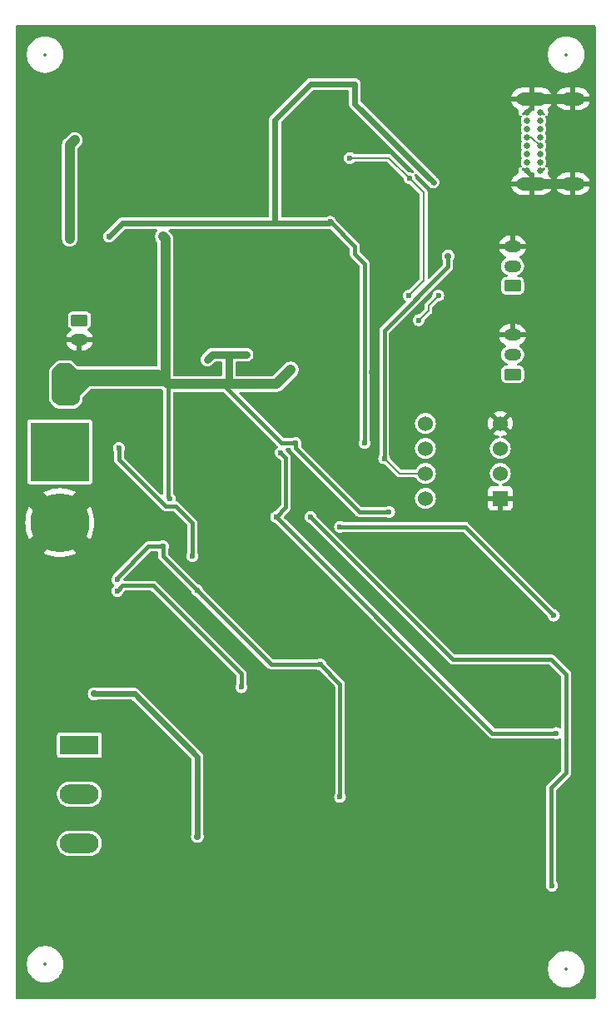
<source format=gbr>
%TF.GenerationSoftware,KiCad,Pcbnew,8.0.5*%
%TF.CreationDate,2024-11-27T19:54:23+01:00*%
%TF.ProjectId,escPCB,65736350-4342-42e6-9b69-6361645f7063,1.0*%
%TF.SameCoordinates,Original*%
%TF.FileFunction,Copper,L2,Bot*%
%TF.FilePolarity,Positive*%
%FSLAX46Y46*%
G04 Gerber Fmt 4.6, Leading zero omitted, Abs format (unit mm)*
G04 Created by KiCad (PCBNEW 8.0.5) date 2024-11-27 19:54:23*
%MOMM*%
%LPD*%
G01*
G04 APERTURE LIST*
G04 Aperture macros list*
%AMRoundRect*
0 Rectangle with rounded corners*
0 $1 Rounding radius*
0 $2 $3 $4 $5 $6 $7 $8 $9 X,Y pos of 4 corners*
0 Add a 4 corners polygon primitive as box body*
4,1,4,$2,$3,$4,$5,$6,$7,$8,$9,$2,$3,0*
0 Add four circle primitives for the rounded corners*
1,1,$1+$1,$2,$3*
1,1,$1+$1,$4,$5*
1,1,$1+$1,$6,$7*
1,1,$1+$1,$8,$9*
0 Add four rect primitives between the rounded corners*
20,1,$1+$1,$2,$3,$4,$5,0*
20,1,$1+$1,$4,$5,$6,$7,0*
20,1,$1+$1,$6,$7,$8,$9,0*
20,1,$1+$1,$8,$9,$2,$3,0*%
G04 Aperture macros list end*
%TA.AperFunction,ComponentPad*%
%ADD10RoundRect,0.250000X0.625000X-0.350000X0.625000X0.350000X-0.625000X0.350000X-0.625000X-0.350000X0*%
%TD*%
%TA.AperFunction,ComponentPad*%
%ADD11O,1.750000X1.200000*%
%TD*%
%TA.AperFunction,ComponentPad*%
%ADD12C,0.648000*%
%TD*%
%TA.AperFunction,ComponentPad*%
%ADD13O,2.500000X1.300000*%
%TD*%
%TA.AperFunction,ComponentPad*%
%ADD14O,3.200000X1.300000*%
%TD*%
%TA.AperFunction,ComponentPad*%
%ADD15R,3.960000X1.980000*%
%TD*%
%TA.AperFunction,ComponentPad*%
%ADD16O,3.960000X1.980000*%
%TD*%
%TA.AperFunction,ComponentPad*%
%ADD17C,6.000000*%
%TD*%
%TA.AperFunction,ComponentPad*%
%ADD18R,6.000000X6.000000*%
%TD*%
%TA.AperFunction,ComponentPad*%
%ADD19R,1.524000X1.524000*%
%TD*%
%TA.AperFunction,ComponentPad*%
%ADD20C,1.524000*%
%TD*%
%TA.AperFunction,ComponentPad*%
%ADD21RoundRect,0.250000X-0.625000X0.350000X-0.625000X-0.350000X0.625000X-0.350000X0.625000X0.350000X0*%
%TD*%
%TA.AperFunction,ViaPad*%
%ADD22C,0.700000*%
%TD*%
%TA.AperFunction,ViaPad*%
%ADD23C,0.600000*%
%TD*%
%TA.AperFunction,Conductor*%
%ADD24C,0.400000*%
%TD*%
%TA.AperFunction,Conductor*%
%ADD25C,0.800000*%
%TD*%
%TA.AperFunction,Conductor*%
%ADD26C,1.000000*%
%TD*%
%TA.AperFunction,Conductor*%
%ADD27C,0.600000*%
%TD*%
%TA.AperFunction,Conductor*%
%ADD28C,0.200000*%
%TD*%
%ADD29C,0.350000*%
%ADD30C,0.300000*%
%ADD31O,1.600000X0.700000*%
%ADD32O,2.000000X0.700000*%
G04 APERTURE END LIST*
D10*
%TO.P,J4,1,Pin_1*%
%TO.N,RP_UART_TX*%
X111050000Y-76000000D03*
D11*
%TO.P,J4,2,Pin_2*%
%TO.N,RP_UART_RX*%
X111050000Y-74000000D03*
%TO.P,J4,3,Pin_3*%
%TO.N,GND*%
X111050000Y-72000000D03*
%TD*%
D12*
%TO.P,J2,A1,GND1*%
%TO.N,GND*%
X112510000Y-64295000D03*
%TO.P,J2,A4,VBUS1*%
%TO.N,unconnected-(J2-VBUS1-PadA4)*%
X112510000Y-63445000D03*
%TO.P,J2,A5,CC1*%
%TO.N,Net-(J2-CC1)*%
X112510000Y-62595000D03*
%TO.P,J2,A6,DA+*%
%TO.N,USB_D+*%
X112510000Y-61745000D03*
%TO.P,J2,A7,DA-*%
%TO.N,USB_D-*%
X112510000Y-60895000D03*
%TO.P,J2,A8,SBU1*%
%TO.N,unconnected-(J2-SBU1-PadA8)*%
X112510000Y-60045000D03*
%TO.P,J2,A9,VBUS2*%
%TO.N,unconnected-(J2-VBUS2-PadA9)*%
X112510000Y-59195000D03*
%TO.P,J2,A12,GND2*%
%TO.N,GND*%
X112510000Y-58345000D03*
%TO.P,J2,B1,GND3*%
X113860000Y-58345000D03*
%TO.P,J2,B4,VBUS3*%
%TO.N,unconnected-(J2-VBUS3-PadB4)*%
X113860000Y-59195000D03*
%TO.P,J2,B5,CC2*%
%TO.N,Net-(J2-CC2)*%
X113860000Y-60045000D03*
%TO.P,J2,B6,DB+*%
%TO.N,USB_D+*%
X113860000Y-60895000D03*
%TO.P,J2,B7,DB-*%
%TO.N,USB_D-*%
X113860000Y-61745000D03*
%TO.P,J2,B8,SBU2*%
%TO.N,unconnected-(J2-SBU2-PadB8)*%
X113860000Y-62595000D03*
%TO.P,J2,B9,VBUS4*%
%TO.N,unconnected-(J2-VBUS4-PadB9)*%
X113860000Y-63445000D03*
%TO.P,J2,B12,GND4*%
%TO.N,GND*%
X113860000Y-64295000D03*
D13*
%TO.P,J2,SH1,SHIELD1*%
X117160000Y-65640000D03*
%TO.P,J2,SH2,SHIELD2*%
X117160000Y-57000000D03*
D14*
%TO.P,J2,SH3,SHIELD3*%
X113010000Y-65640000D03*
%TO.P,J2,SH4,SHIELD4*%
X113010000Y-57000000D03*
%TD*%
D15*
%TO.P,J1,1,Pin_1*%
%TO.N,L1*%
X67000000Y-122705000D03*
D16*
%TO.P,J1,2,Pin_2*%
%TO.N,L2*%
X67000000Y-127705000D03*
%TO.P,J1,3,Pin_3*%
%TO.N,L3*%
X67000000Y-132705000D03*
%TD*%
D17*
%TO.P,J3,N,NEG*%
%TO.N,GND*%
X65000000Y-100100000D03*
D18*
%TO.P,J3,P,POS*%
%TO.N,+BATT*%
X65000000Y-92900000D03*
%TD*%
D19*
%TO.P,CR1,1,GROUND*%
%TO.N,GND*%
X109810000Y-97620000D03*
D20*
%TO.P,CR1,2,NONINVERTINGINPUT*%
%TO.N,Net-(CR1-NONINVERTINGINPUT)*%
X109810000Y-95080000D03*
%TO.P,CR1,3,INVERTINGINPUT*%
%TO.N,Net-(CR1-INVERTINGINPUT)*%
X109810000Y-92540000D03*
%TO.P,CR1,4,VCC-*%
%TO.N,GND*%
X109810000Y-90000000D03*
%TO.P,CR1,5,BALANCE*%
%TO.N,unconnected-(CR1-BALANCE-Pad5)*%
X102190000Y-90000000D03*
%TO.P,CR1,6,STROBE/BALANCE*%
%TO.N,unconnected-(CR1-STROBE{slash}BALANCE-Pad6)*%
X102190000Y-92540000D03*
%TO.P,CR1,7,OUTPUT*%
%TO.N,PHASED*%
X102190000Y-95080000D03*
%TO.P,CR1,8,VCC+*%
%TO.N,+BATT*%
X102190000Y-97620000D03*
%TD*%
D21*
%TO.P,J6,1,Pin_1*%
%TO.N,Net-(J6-Pin_1)*%
X67000000Y-79500000D03*
D11*
%TO.P,J6,2,Pin_2*%
%TO.N,GND*%
X67000000Y-81500000D03*
%TD*%
D10*
%TO.P,J5,1,Pin_1*%
%TO.N,SWCLK*%
X111050000Y-85000000D03*
D11*
%TO.P,J5,2,Pin_2*%
%TO.N,SWD*%
X111050000Y-83000000D03*
%TO.P,J5,3,Pin_3*%
%TO.N,GND*%
X111050000Y-81000000D03*
%TD*%
D22*
%TO.N,GND*%
X89000000Y-145750000D03*
X72250000Y-142500000D03*
X70500000Y-145000000D03*
D23*
%TO.N,+BATT*%
X98500000Y-99000000D03*
X65100000Y-84400000D03*
X89000000Y-92000000D03*
X88500000Y-84500000D03*
X79000000Y-107000000D03*
X76160975Y-97650000D03*
X67200000Y-86300000D03*
X76000000Y-86000000D03*
X66300000Y-87700000D03*
X65800000Y-86500000D03*
X66500000Y-85000000D03*
X91500000Y-114500000D03*
X70860662Y-105880331D03*
X64900000Y-87600000D03*
X80000000Y-83500000D03*
X64700000Y-85600000D03*
X75500000Y-102500000D03*
X84000000Y-83000000D03*
X93500000Y-128000000D03*
X75500000Y-71000000D03*
%TO.N,AH_Gate*%
X71000000Y-92500000D03*
X78500000Y-103500000D03*
D22*
%TO.N,GND*%
X71200000Y-57600000D03*
X107000000Y-84100000D03*
X108200000Y-129800000D03*
X109000000Y-57500000D03*
X114800000Y-118400000D03*
X62500000Y-140000000D03*
X66700000Y-141300000D03*
X118100000Y-139200000D03*
X77300000Y-70900000D03*
X87700000Y-51600000D03*
X92800000Y-140200000D03*
X118500000Y-125500000D03*
X112700000Y-120400000D03*
X106200000Y-79200000D03*
X118600000Y-131800000D03*
X97900000Y-72400000D03*
X65100000Y-82200000D03*
X91600000Y-112700000D03*
X118500000Y-89000000D03*
X96000000Y-68000000D03*
X97100000Y-114000000D03*
X94600000Y-138800000D03*
X107000000Y-56500000D03*
X91800000Y-70600000D03*
X94700000Y-130800000D03*
X66900000Y-107000000D03*
X113000000Y-86500000D03*
X109900000Y-56200000D03*
X103750000Y-60750000D03*
X84800000Y-79500000D03*
X109800000Y-52500000D03*
X118400000Y-109000000D03*
X112300000Y-142400000D03*
X114800000Y-104800000D03*
X109000000Y-143000000D03*
X112700000Y-54900000D03*
X118000000Y-59500000D03*
X64300000Y-60300000D03*
X93400000Y-54400000D03*
X68700000Y-60400000D03*
X84000000Y-106600000D03*
X82200000Y-101600000D03*
X104200000Y-97000000D03*
X61800000Y-57900000D03*
X63500000Y-108000000D03*
X118400000Y-91400000D03*
X118400000Y-114000000D03*
X83000000Y-107900000D03*
X82900000Y-121200000D03*
X96400000Y-97800000D03*
X112600000Y-129000000D03*
X103600000Y-127800000D03*
X107700000Y-53500000D03*
X108500000Y-71500000D03*
X62000000Y-117500000D03*
X112000000Y-70500000D03*
X102400000Y-58800000D03*
X116400000Y-61600000D03*
X105800000Y-98200000D03*
X104300000Y-81700000D03*
X96250000Y-72250000D03*
X96900000Y-142000000D03*
X99400000Y-114100000D03*
X112000000Y-112000000D03*
X83200000Y-81400000D03*
X105800000Y-83400000D03*
X118400000Y-61400000D03*
X76500000Y-142500000D03*
X96700000Y-51100000D03*
X104500000Y-69300000D03*
X104900000Y-78000000D03*
X90500000Y-116100000D03*
X74500000Y-64000000D03*
X94200000Y-80600000D03*
X118400000Y-141300000D03*
X118500000Y-104500000D03*
X62100000Y-124300000D03*
X84000000Y-58500000D03*
X91200000Y-142300000D03*
X76800000Y-65400000D03*
X84800000Y-73200000D03*
X117000000Y-68500000D03*
X98100000Y-147500000D03*
X63400000Y-131800000D03*
X96000000Y-70700000D03*
X116100000Y-86400000D03*
X62000000Y-62500000D03*
X102000000Y-81800000D03*
X69000000Y-139000000D03*
X102800000Y-74400000D03*
X105800000Y-94200000D03*
X100400000Y-68000000D03*
X105800000Y-92200000D03*
X114800000Y-101400000D03*
X112600000Y-139900000D03*
X98800000Y-68000000D03*
X116500000Y-80500000D03*
X110500000Y-60100000D03*
X108000000Y-65000000D03*
X116500000Y-63500000D03*
X103200000Y-52400000D03*
X100200000Y-92600000D03*
X118500000Y-73500000D03*
X87500000Y-144000000D03*
X94200000Y-92400000D03*
X78750000Y-143250000D03*
X118000000Y-135500000D03*
X87000000Y-102000000D03*
X69800000Y-78900000D03*
X90000000Y-73500000D03*
X106500000Y-77500000D03*
X95000000Y-51000000D03*
X103250000Y-70200000D03*
X104500000Y-85500000D03*
X100000000Y-89500000D03*
X82800000Y-66400000D03*
X100100000Y-99100000D03*
X106500000Y-75000000D03*
X99600000Y-141900000D03*
X110500000Y-120400000D03*
X112800000Y-79700000D03*
X99200000Y-84800000D03*
D23*
X105900000Y-142000000D03*
D22*
X105000000Y-75100000D03*
X106100000Y-85500000D03*
X108400000Y-112000000D03*
X94000000Y-114500000D03*
X80200000Y-79700000D03*
X74500000Y-68600000D03*
X118500000Y-79000000D03*
X94000000Y-141500000D03*
X61600000Y-74900000D03*
X97500000Y-53000000D03*
X72000000Y-59500000D03*
X118500000Y-117000000D03*
X84000000Y-102000000D03*
X115000000Y-74000000D03*
X118400000Y-102800000D03*
X73526092Y-94153295D03*
X71500000Y-64800000D03*
X108600000Y-116600000D03*
X118400000Y-123800000D03*
X106300000Y-55100000D03*
X103750000Y-58750000D03*
X68000000Y-113000000D03*
X81000000Y-98000000D03*
X118600000Y-127600000D03*
X110100000Y-147400000D03*
X95200000Y-129000000D03*
X82000000Y-143750000D03*
X61800000Y-82400000D03*
X85500000Y-98500000D03*
X118400000Y-95200000D03*
X105500000Y-53500000D03*
X88000000Y-88500000D03*
X91300000Y-147200000D03*
X80800000Y-147200000D03*
X94400000Y-78800000D03*
X100300000Y-52500000D03*
X89500000Y-63000000D03*
X72800000Y-50400000D03*
X64200000Y-68700000D03*
X103400000Y-114100000D03*
X115800000Y-112200000D03*
X80500000Y-123600000D03*
X108300000Y-77300000D03*
X72800000Y-63500000D03*
X64100000Y-118600000D03*
X84100000Y-147200000D03*
X62100000Y-130000000D03*
X95500000Y-52500000D03*
X104200000Y-95000000D03*
X94200000Y-60900000D03*
X108000000Y-79000000D03*
X73600000Y-57600000D03*
X92500000Y-53250000D03*
X85900000Y-51600000D03*
X91700000Y-60300000D03*
X85700000Y-80900000D03*
X67200000Y-111200000D03*
X75750000Y-140750000D03*
X62000000Y-133500000D03*
X118400000Y-119600000D03*
X103000000Y-80500000D03*
X108500000Y-55000000D03*
X75700000Y-58800000D03*
X113000000Y-126000000D03*
X101400000Y-147400000D03*
X95000000Y-126500000D03*
X74000000Y-140000000D03*
X116200000Y-83100000D03*
X82000000Y-65400000D03*
X74000000Y-79500000D03*
X82400000Y-60800000D03*
X73500000Y-142000000D03*
X93600000Y-86400000D03*
X109600000Y-101400000D03*
X62100000Y-127000000D03*
X78900000Y-108800000D03*
X91100000Y-51600000D03*
X100400000Y-69500000D03*
X100800000Y-127800000D03*
X70500000Y-138000000D03*
X108600000Y-144800000D03*
X111400000Y-101400000D03*
X89600000Y-87200000D03*
X114800000Y-120000000D03*
X118600000Y-129800000D03*
X62600000Y-87800000D03*
X92300000Y-103100000D03*
X62500000Y-86200000D03*
X92800000Y-51600000D03*
X110500000Y-54500000D03*
X77800000Y-112200000D03*
X85500000Y-60400000D03*
X73500000Y-91000000D03*
X107700000Y-58300000D03*
X114600000Y-141500000D03*
X66600000Y-76000000D03*
X99700000Y-81000000D03*
X95500000Y-96500000D03*
X105500000Y-60500000D03*
X117700000Y-137600000D03*
X68000000Y-115000000D03*
X89800000Y-60300000D03*
X104200000Y-91000000D03*
X102600000Y-142100000D03*
D23*
X76750000Y-99920094D03*
D22*
X103100000Y-68900000D03*
X108000000Y-51500000D03*
X89500000Y-64500000D03*
X109500000Y-66000000D03*
X111900000Y-53700000D03*
X93800000Y-147600000D03*
X102700000Y-85500000D03*
X62000000Y-105500000D03*
X115400000Y-139000000D03*
X88600000Y-78800000D03*
X111500000Y-144500000D03*
X82200000Y-58900000D03*
X90000000Y-78800000D03*
X118400000Y-121800000D03*
X86900000Y-73500000D03*
X109500000Y-64500000D03*
X100000000Y-91000000D03*
X90900000Y-101700000D03*
X91500000Y-62000000D03*
X66500000Y-117200000D03*
X101500000Y-51500000D03*
X74200000Y-62300000D03*
X114800000Y-103000000D03*
X85000000Y-143750000D03*
X118400000Y-98800000D03*
X113500000Y-77500000D03*
X70700000Y-146900000D03*
X67900000Y-146900000D03*
X88400000Y-67400000D03*
X118400000Y-87000000D03*
X107600000Y-93400000D03*
X61700000Y-59500000D03*
X78400000Y-66400000D03*
X116500000Y-140500000D03*
X114800000Y-116600000D03*
D23*
X65000000Y-137500000D03*
D22*
X73800000Y-65200000D03*
X77200000Y-58800000D03*
X91000000Y-64500000D03*
X61700000Y-76400000D03*
X65400000Y-139300000D03*
X70000000Y-94000000D03*
X62500000Y-68000000D03*
X79500000Y-82000000D03*
X71700000Y-62100000D03*
X97300000Y-68000000D03*
X114800000Y-106600000D03*
X72500000Y-138750000D03*
X68500000Y-142000000D03*
X65300000Y-78300000D03*
X89400000Y-129500000D03*
X100400000Y-70800000D03*
X118500000Y-70000000D03*
X62000000Y-121000000D03*
X118400000Y-107000000D03*
X80900000Y-51400000D03*
X69700000Y-82400000D03*
X82100000Y-106500000D03*
X110000000Y-112000000D03*
X104900000Y-59400000D03*
X108200000Y-87200000D03*
X69200000Y-105400000D03*
X68600000Y-75900000D03*
X61600000Y-72600000D03*
X110200000Y-116600000D03*
X83500000Y-53000000D03*
X76900000Y-110800000D03*
X115000000Y-125100000D03*
X86900000Y-82000000D03*
X61700000Y-78100000D03*
X76200000Y-50800000D03*
X108000000Y-85600000D03*
X68700000Y-61800000D03*
X62100000Y-137500000D03*
X75600000Y-57200000D03*
X91000000Y-53500000D03*
X96800000Y-84800000D03*
D23*
X111500000Y-98000000D03*
D22*
X107600000Y-95200000D03*
X111000000Y-129000000D03*
X77300000Y-147100000D03*
X69500000Y-115700000D03*
X86750000Y-145500000D03*
X84900000Y-78200000D03*
X64200000Y-62000000D03*
X107600000Y-91000000D03*
X118500000Y-67500000D03*
X80300000Y-120900000D03*
X104200000Y-93200000D03*
X107600000Y-97200000D03*
X74000000Y-59000000D03*
X91500000Y-58000000D03*
X92000000Y-127000000D03*
X118500000Y-111000000D03*
X62700000Y-122600000D03*
D23*
X104300000Y-147600000D03*
D22*
X89400000Y-51600000D03*
X89800000Y-58500000D03*
X74500000Y-87500000D03*
D23*
X87200000Y-147200000D03*
D22*
X109500000Y-129000000D03*
X78000000Y-57400000D03*
X118500000Y-63200000D03*
X96000000Y-69300000D03*
X94500000Y-58700000D03*
X95000000Y-102000000D03*
X64600000Y-109300000D03*
X108500000Y-72700000D03*
X76300000Y-106300000D03*
X77200000Y-113800000D03*
X62500000Y-84700000D03*
X97700000Y-77000000D03*
X80100000Y-102800000D03*
D23*
X81500000Y-81000000D03*
D22*
X105800000Y-96200000D03*
X108200000Y-126200000D03*
X116000000Y-59500000D03*
X98600000Y-127700000D03*
X108500000Y-70000000D03*
X106600000Y-127700000D03*
X101500000Y-99500000D03*
X113500000Y-71500000D03*
X84000000Y-60000000D03*
X106000000Y-64500000D03*
X98700000Y-51200000D03*
X90300000Y-144400000D03*
X107500000Y-146500000D03*
X67500000Y-105500000D03*
X93500000Y-112500000D03*
X112000000Y-68500000D03*
X93000000Y-71400000D03*
X82000000Y-71000000D03*
X103600000Y-87000000D03*
X62000000Y-66400000D03*
X62500000Y-70100000D03*
X61500000Y-64500000D03*
X66200000Y-73900000D03*
X82800000Y-51900000D03*
X118500000Y-84500000D03*
X74250000Y-147250000D03*
X94800000Y-116700000D03*
X118500000Y-97000000D03*
X118500000Y-93500000D03*
X113200000Y-101400000D03*
X62500000Y-110000000D03*
X111800000Y-116600000D03*
X70900000Y-143300000D03*
X104700000Y-51300000D03*
X115300000Y-123500000D03*
D23*
X71000000Y-141000000D03*
D22*
X65500000Y-108000000D03*
X93600000Y-84200000D03*
X94000000Y-82600000D03*
X105800000Y-90000000D03*
X84200000Y-71200000D03*
X80000000Y-65300000D03*
X80500000Y-101000000D03*
X116500000Y-77000000D03*
X82500000Y-62400000D03*
X80200000Y-110400000D03*
X114100000Y-83000000D03*
X93900000Y-56600000D03*
X116500000Y-71500000D03*
X118400000Y-100800000D03*
X80000000Y-73000000D03*
X112000000Y-94000000D03*
X103000000Y-72000000D03*
D23*
%TO.N,AL_Gate*%
X93500000Y-100500000D03*
X115255000Y-109540000D03*
%TO.N,BH_Gate*%
X83474952Y-116824952D03*
X70860662Y-107024468D03*
%TO.N,BL_Gate*%
X87000000Y-99500000D03*
X87479406Y-92979406D03*
X115500000Y-121500000D03*
%TO.N,+3.3V*%
X96000000Y-92000000D03*
X92500000Y-69500000D03*
X70000000Y-71000000D03*
X103000000Y-65500000D03*
X95000000Y-55500000D03*
%TO.N,Net-(JP3-A)*%
X66000000Y-71200000D03*
X66500000Y-61200000D03*
%TO.N,+1V1*%
X100565686Y-65065686D03*
X94500000Y-63000000D03*
X100500000Y-77000000D03*
D22*
%TO.N,CH_Gate*%
X79000000Y-132000000D03*
X68500000Y-117500000D03*
D23*
%TO.N,CL_Gate*%
X115065000Y-137000000D03*
X90500000Y-99500000D03*
%TO.N,PHASED*%
X98000000Y-93550000D03*
D22*
X104500000Y-72987500D03*
D23*
%TO.N,Net-(U1-RUN)*%
X101500000Y-79500000D03*
X103500000Y-77000000D03*
%TD*%
D24*
%TO.N,+BATT*%
X98500000Y-99000000D02*
X95500000Y-99000000D01*
D25*
X84000000Y-83000000D02*
X82200000Y-83000000D01*
D26*
X67800000Y-85700000D02*
X75700000Y-85700000D01*
X64900000Y-85600000D02*
X65800000Y-86500000D01*
D24*
X76000000Y-86000000D02*
X75750000Y-85750000D01*
D25*
X82200000Y-85900000D02*
X82300000Y-86000000D01*
D26*
X66500000Y-85000000D02*
X66500000Y-87500000D01*
X75700000Y-85700000D02*
X76000000Y-86000000D01*
X66500000Y-85000000D02*
X66500000Y-86000000D01*
X66300000Y-87700000D02*
X65000000Y-87700000D01*
X66500000Y-86000000D02*
X64900000Y-87600000D01*
X66500000Y-85000000D02*
X66300000Y-85000000D01*
X67200000Y-86300000D02*
X67200000Y-85700000D01*
X65700000Y-85600000D02*
X65800000Y-85700000D01*
D24*
X89000000Y-92500000D02*
X89000000Y-92000000D01*
D26*
X75000000Y-85000000D02*
X76000000Y-86000000D01*
X66300000Y-87200000D02*
X67200000Y-86300000D01*
X65000000Y-87700000D02*
X64900000Y-87600000D01*
X82300000Y-86000000D02*
X87000000Y-86000000D01*
X87000000Y-86000000D02*
X88500000Y-84500000D01*
D24*
X91500000Y-114500000D02*
X86500000Y-114500000D01*
D26*
X65900000Y-84400000D02*
X66500000Y-85000000D01*
X65100000Y-84400000D02*
X65900000Y-84400000D01*
X67200000Y-86300000D02*
X67800000Y-85700000D01*
D24*
X70860662Y-105657785D02*
X70860662Y-105880331D01*
X93500000Y-128000000D02*
X93500000Y-116500000D01*
D26*
X67200000Y-85700000D02*
X66500000Y-85000000D01*
X66300000Y-87700000D02*
X66300000Y-87200000D01*
X64700000Y-85600000D02*
X64700000Y-87400000D01*
D24*
X86500000Y-114500000D02*
X79000000Y-107000000D01*
D26*
X64700000Y-85600000D02*
X64900000Y-85600000D01*
D25*
X82200000Y-83000000D02*
X80500000Y-83000000D01*
D26*
X66300000Y-85000000D02*
X65700000Y-85600000D01*
X76000000Y-86000000D02*
X82300000Y-86000000D01*
D24*
X95500000Y-99000000D02*
X89000000Y-92500000D01*
D26*
X75750000Y-71250000D02*
X75500000Y-71000000D01*
X66500000Y-85000000D02*
X75000000Y-85000000D01*
D24*
X76000000Y-86000000D02*
X76000000Y-97489025D01*
D25*
X80500000Y-83000000D02*
X80000000Y-83500000D01*
D26*
X66500000Y-87500000D02*
X66300000Y-87700000D01*
D25*
X82200000Y-83000000D02*
X82200000Y-85900000D01*
D26*
X64700000Y-87400000D02*
X64900000Y-87600000D01*
X64700000Y-85600000D02*
X64700000Y-84800000D01*
X75750000Y-85750000D02*
X75750000Y-71250000D01*
D24*
X87560661Y-92000000D02*
X89000000Y-92000000D01*
X76000000Y-97489025D02*
X76160975Y-97650000D01*
X75500000Y-103500000D02*
X75500000Y-102500000D01*
D26*
X65300000Y-85000000D02*
X64700000Y-85600000D01*
D24*
X74018447Y-102500000D02*
X70860662Y-105657785D01*
D26*
X65800000Y-85700000D02*
X65800000Y-86500000D01*
D24*
X75500000Y-102500000D02*
X74018447Y-102500000D01*
D26*
X66500000Y-85000000D02*
X65300000Y-85000000D01*
D24*
X79000000Y-107000000D02*
X75500000Y-103500000D01*
X81560661Y-86000000D02*
X87560661Y-92000000D01*
X76000000Y-86000000D02*
X81560661Y-86000000D01*
X93500000Y-116500000D02*
X91500000Y-114500000D01*
D26*
X64700000Y-84800000D02*
X65100000Y-84400000D01*
D24*
%TO.N,AH_Gate*%
X76748528Y-98400000D02*
X78500000Y-100151472D01*
X75751472Y-98400000D02*
X76748528Y-98400000D01*
X78500000Y-100151472D02*
X78500000Y-103500000D01*
X71000000Y-93648528D02*
X75751472Y-98400000D01*
X71000000Y-92500000D02*
X71000000Y-93648528D01*
D26*
%TO.N,GND*%
X113010000Y-65640000D02*
X117160000Y-65640000D01*
X113010000Y-57000000D02*
X117160000Y-57000000D01*
D24*
%TO.N,AL_Gate*%
X106215000Y-100500000D02*
X115255000Y-109540000D01*
X93500000Y-100500000D02*
X106215000Y-100500000D01*
%TO.N,BH_Gate*%
X71385130Y-106500000D02*
X70860662Y-107024468D01*
X83474952Y-115474952D02*
X74500000Y-106500000D01*
X74500000Y-106500000D02*
X71385130Y-106500000D01*
X83474952Y-116824952D02*
X83474952Y-115474952D01*
%TO.N,BL_Gate*%
X88000000Y-93500000D02*
X87479406Y-92979406D01*
X87000000Y-99500000D02*
X109000000Y-121500000D01*
X87000000Y-99500000D02*
X88000000Y-98500000D01*
X109000000Y-121500000D02*
X115500000Y-121500000D01*
X88000000Y-98500000D02*
X88000000Y-93500000D01*
D27*
%TO.N,+3.3V*%
X86900000Y-59100000D02*
X86900000Y-69650000D01*
D24*
X96000000Y-92000000D02*
X96000000Y-73750000D01*
D27*
X95000000Y-57500000D02*
X95000000Y-55500000D01*
X92350000Y-69650000D02*
X86900000Y-69650000D01*
D24*
X96000000Y-73750000D02*
X95000000Y-72750000D01*
X95000000Y-72750000D02*
X95000000Y-72000000D01*
D27*
X92500000Y-69500000D02*
X92350000Y-69650000D01*
X95000000Y-55500000D02*
X90500000Y-55500000D01*
X103000000Y-65500000D02*
X95000000Y-57500000D01*
D24*
X95000000Y-72000000D02*
X92500000Y-69500000D01*
D27*
X71350000Y-69650000D02*
X70000000Y-71000000D01*
X86900000Y-69650000D02*
X71350000Y-69650000D01*
X90500000Y-55500000D02*
X86900000Y-59100000D01*
D26*
%TO.N,Net-(JP3-A)*%
X66000000Y-71200000D02*
X66000000Y-61700000D01*
X66000000Y-61700000D02*
X66500000Y-61200000D01*
D28*
%TO.N,+1V1*%
X98500000Y-63000000D02*
X100565686Y-65065686D01*
X102000000Y-75500000D02*
X100500000Y-77000000D01*
X102000000Y-66500000D02*
X102000000Y-75500000D01*
X100565686Y-65065686D02*
X102000000Y-66500000D01*
X94500000Y-63000000D02*
X98500000Y-63000000D01*
D27*
%TO.N,CH_Gate*%
X72600000Y-117500000D02*
X79000000Y-123900000D01*
X79000000Y-123900000D02*
X79000000Y-132000000D01*
X68500000Y-117500000D02*
X72600000Y-117500000D01*
D24*
%TO.N,CL_Gate*%
X116500000Y-115500000D02*
X116500000Y-125500000D01*
X115000000Y-114000000D02*
X116500000Y-115500000D01*
X115000000Y-136935000D02*
X115065000Y-137000000D01*
X115000000Y-127000000D02*
X115000000Y-136935000D01*
X105000000Y-114000000D02*
X115000000Y-114000000D01*
X90500000Y-99500000D02*
X105000000Y-114000000D01*
X116500000Y-125500000D02*
X115000000Y-127000000D01*
D28*
%TO.N,USB_D-*%
X112977530Y-60895000D02*
X113827530Y-61745000D01*
X113827530Y-61745000D02*
X113860000Y-61745000D01*
X112510000Y-60895000D02*
X112977530Y-60895000D01*
D24*
%TO.N,PHASED*%
X98000000Y-80560661D02*
X104500000Y-74060661D01*
D28*
X102190000Y-95080000D02*
X99530000Y-95080000D01*
X99530000Y-95080000D02*
X98000000Y-93550000D01*
D24*
X104500000Y-74060661D02*
X104500000Y-72987500D01*
X98000000Y-93550000D02*
X98000000Y-80560661D01*
D28*
%TO.N,Net-(U1-RUN)*%
X103500000Y-77000000D02*
X102500000Y-78000000D01*
X102500000Y-78000000D02*
X102500000Y-78500000D01*
X102500000Y-78500000D02*
X101500000Y-79500000D01*
%TD*%
%TA.AperFunction,Conductor*%
%TO.N,GND*%
G36*
X112182778Y-63978547D02*
G01*
X112286923Y-64033207D01*
X112434172Y-64069500D01*
X112586691Y-64069500D01*
X112653730Y-64089185D01*
X112674372Y-64105819D01*
X113015553Y-64447000D01*
X113136000Y-64447000D01*
X113203039Y-64466685D01*
X113248794Y-64519489D01*
X113260000Y-64571000D01*
X113260000Y-64713176D01*
X113264313Y-64753308D01*
X113260000Y-64767995D01*
X113260000Y-65290000D01*
X112760000Y-65290000D01*
X112760000Y-64898553D01*
X112116665Y-64255218D01*
X112310000Y-64255218D01*
X112310000Y-64334782D01*
X112340448Y-64408291D01*
X112396709Y-64464552D01*
X112470218Y-64495000D01*
X112549782Y-64495000D01*
X112623291Y-64464552D01*
X112679552Y-64408291D01*
X112710000Y-64334782D01*
X112710000Y-64255218D01*
X112679552Y-64181709D01*
X112623291Y-64125448D01*
X112549782Y-64095000D01*
X112470218Y-64095000D01*
X112396709Y-64125448D01*
X112340448Y-64181709D01*
X112310000Y-64255218D01*
X112116665Y-64255218D01*
X112037471Y-64176024D01*
X112003986Y-64114701D01*
X112008970Y-64045009D01*
X112050842Y-63989076D01*
X112116306Y-63964659D01*
X112182778Y-63978547D01*
G37*
%TD.AperFunction*%
%TA.AperFunction,Conductor*%
G36*
X114320779Y-63990314D02*
G01*
X114361723Y-64046929D01*
X114365560Y-64116694D01*
X114332525Y-64176025D01*
X113947680Y-64560871D01*
X113886357Y-64594356D01*
X113816666Y-64589372D01*
X113772318Y-64560871D01*
X113594127Y-64382680D01*
X113560642Y-64321357D01*
X113565372Y-64255218D01*
X113660000Y-64255218D01*
X113660000Y-64334782D01*
X113690448Y-64408291D01*
X113746709Y-64464552D01*
X113820218Y-64495000D01*
X113899782Y-64495000D01*
X113973291Y-64464552D01*
X114029552Y-64408291D01*
X114060000Y-64334782D01*
X114060000Y-64255218D01*
X114029552Y-64181709D01*
X113973291Y-64125448D01*
X113899782Y-64095000D01*
X113820218Y-64095000D01*
X113746709Y-64125448D01*
X113690448Y-64181709D01*
X113660000Y-64255218D01*
X113565372Y-64255218D01*
X113565626Y-64251665D01*
X113594127Y-64207317D01*
X113695627Y-64105818D01*
X113756951Y-64072334D01*
X113783308Y-64069500D01*
X113935828Y-64069500D01*
X114083077Y-64033207D01*
X114187221Y-63978547D01*
X114255725Y-63964822D01*
X114320779Y-63990314D01*
G37*
%TD.AperFunction*%
%TA.AperFunction,Conductor*%
G36*
X113903332Y-58050627D02*
G01*
X113947680Y-58079128D01*
X114332527Y-58463974D01*
X114366012Y-58525297D01*
X114361028Y-58594988D01*
X114319157Y-58650922D01*
X114253692Y-58675339D01*
X114187221Y-58661452D01*
X114083075Y-58606792D01*
X113935828Y-58570500D01*
X113784172Y-58570500D01*
X113783309Y-58570500D01*
X113716270Y-58550815D01*
X113695628Y-58534181D01*
X113594128Y-58432681D01*
X113560643Y-58371358D01*
X113565373Y-58305218D01*
X113660000Y-58305218D01*
X113660000Y-58384782D01*
X113690448Y-58458291D01*
X113746709Y-58514552D01*
X113820218Y-58545000D01*
X113899782Y-58545000D01*
X113973291Y-58514552D01*
X114029552Y-58458291D01*
X114060000Y-58384782D01*
X114060000Y-58305218D01*
X114029552Y-58231709D01*
X113973291Y-58175448D01*
X113899782Y-58145000D01*
X113820218Y-58145000D01*
X113746709Y-58175448D01*
X113690448Y-58231709D01*
X113660000Y-58305218D01*
X113565373Y-58305218D01*
X113565627Y-58301666D01*
X113594128Y-58257319D01*
X113772318Y-58079128D01*
X113833641Y-58045643D01*
X113903332Y-58050627D01*
G37*
%TD.AperFunction*%
%TA.AperFunction,Conductor*%
G36*
X113260000Y-57890595D02*
G01*
X113264315Y-57930730D01*
X113260000Y-57945426D01*
X113260000Y-58069000D01*
X113240315Y-58136039D01*
X113187511Y-58181794D01*
X113136000Y-58193000D01*
X113015552Y-58193000D01*
X112674371Y-58534181D01*
X112613048Y-58567666D01*
X112586690Y-58570500D01*
X112434172Y-58570500D01*
X112286926Y-58606792D01*
X112286925Y-58606792D01*
X112286923Y-58606793D01*
X112182775Y-58661454D01*
X112114268Y-58675179D01*
X112049215Y-58649686D01*
X112008271Y-58593070D01*
X112004436Y-58523306D01*
X112037470Y-58463976D01*
X112196228Y-58305218D01*
X112310000Y-58305218D01*
X112310000Y-58384782D01*
X112340448Y-58458291D01*
X112396709Y-58514552D01*
X112470218Y-58545000D01*
X112549782Y-58545000D01*
X112623291Y-58514552D01*
X112679552Y-58458291D01*
X112710000Y-58384782D01*
X112710000Y-58305218D01*
X112679552Y-58231709D01*
X112623291Y-58175448D01*
X112549782Y-58145000D01*
X112470218Y-58145000D01*
X112396709Y-58175448D01*
X112340448Y-58231709D01*
X112310000Y-58305218D01*
X112196228Y-58305218D01*
X112510000Y-57991447D01*
X112759999Y-57741447D01*
X112760000Y-57741446D01*
X112760000Y-57350000D01*
X113260000Y-57350000D01*
X113260000Y-57890595D01*
G37*
%TD.AperFunction*%
%TA.AperFunction,Conductor*%
G36*
X119442539Y-49520185D02*
G01*
X119488294Y-49572989D01*
X119499500Y-49624500D01*
X119499500Y-148375500D01*
X119479815Y-148442539D01*
X119427011Y-148488294D01*
X119375500Y-148499500D01*
X60624500Y-148499500D01*
X60557461Y-148479815D01*
X60511706Y-148427011D01*
X60500500Y-148375500D01*
X60500500Y-144878711D01*
X61649500Y-144878711D01*
X61649500Y-145121288D01*
X61681161Y-145361785D01*
X61743947Y-145596104D01*
X61754379Y-145621288D01*
X61836776Y-145820212D01*
X61958064Y-146030289D01*
X61958066Y-146030292D01*
X61958067Y-146030293D01*
X62105733Y-146222736D01*
X62105739Y-146222743D01*
X62277256Y-146394260D01*
X62277262Y-146394265D01*
X62469711Y-146541936D01*
X62679788Y-146663224D01*
X62903900Y-146756054D01*
X63138211Y-146818838D01*
X63318586Y-146842584D01*
X63378711Y-146850500D01*
X63378712Y-146850500D01*
X63621289Y-146850500D01*
X63669388Y-146844167D01*
X63861789Y-146818838D01*
X64096100Y-146756054D01*
X64320212Y-146663224D01*
X64530289Y-146541936D01*
X64722738Y-146394265D01*
X64894265Y-146222738D01*
X65041936Y-146030289D01*
X65163224Y-145820212D01*
X65256054Y-145596100D01*
X65314304Y-145378711D01*
X114649500Y-145378711D01*
X114649500Y-145621288D01*
X114681161Y-145861785D01*
X114743947Y-146096104D01*
X114796400Y-146222736D01*
X114836776Y-146320212D01*
X114958064Y-146530289D01*
X114958066Y-146530292D01*
X114958067Y-146530293D01*
X115105733Y-146722736D01*
X115105739Y-146722743D01*
X115277256Y-146894260D01*
X115277262Y-146894265D01*
X115469711Y-147041936D01*
X115679788Y-147163224D01*
X115903900Y-147256054D01*
X116138211Y-147318838D01*
X116318586Y-147342584D01*
X116378711Y-147350500D01*
X116378712Y-147350500D01*
X116621289Y-147350500D01*
X116669388Y-147344167D01*
X116861789Y-147318838D01*
X117096100Y-147256054D01*
X117320212Y-147163224D01*
X117530289Y-147041936D01*
X117722738Y-146894265D01*
X117894265Y-146722738D01*
X118041936Y-146530289D01*
X118163224Y-146320212D01*
X118256054Y-146096100D01*
X118318838Y-145861789D01*
X118350500Y-145621288D01*
X118350500Y-145378712D01*
X118318838Y-145138211D01*
X118256054Y-144903900D01*
X118163224Y-144679788D01*
X118041936Y-144469711D01*
X117894265Y-144277262D01*
X117894260Y-144277256D01*
X117722743Y-144105739D01*
X117722736Y-144105733D01*
X117530293Y-143958067D01*
X117530292Y-143958066D01*
X117530289Y-143958064D01*
X117320212Y-143836776D01*
X117320205Y-143836773D01*
X117096104Y-143743947D01*
X116861785Y-143681161D01*
X116621289Y-143649500D01*
X116621288Y-143649500D01*
X116378712Y-143649500D01*
X116378711Y-143649500D01*
X116138214Y-143681161D01*
X115903895Y-143743947D01*
X115679794Y-143836773D01*
X115679785Y-143836777D01*
X115469706Y-143958067D01*
X115277263Y-144105733D01*
X115277256Y-144105739D01*
X115105739Y-144277256D01*
X115105733Y-144277263D01*
X114958067Y-144469706D01*
X114836777Y-144679785D01*
X114836773Y-144679794D01*
X114743947Y-144903895D01*
X114681161Y-145138214D01*
X114649500Y-145378711D01*
X65314304Y-145378711D01*
X65318838Y-145361789D01*
X65350500Y-145121288D01*
X65350500Y-144878712D01*
X65318838Y-144638211D01*
X65256054Y-144403900D01*
X65163224Y-144179788D01*
X65041936Y-143969711D01*
X64894265Y-143777262D01*
X64894260Y-143777256D01*
X64722743Y-143605739D01*
X64722736Y-143605733D01*
X64530293Y-143458067D01*
X64530292Y-143458066D01*
X64530289Y-143458064D01*
X64320212Y-143336776D01*
X64320205Y-143336773D01*
X64096104Y-143243947D01*
X63861785Y-143181161D01*
X63621289Y-143149500D01*
X63621288Y-143149500D01*
X63378712Y-143149500D01*
X63378711Y-143149500D01*
X63138214Y-143181161D01*
X62903895Y-143243947D01*
X62679794Y-143336773D01*
X62679785Y-143336777D01*
X62469706Y-143458067D01*
X62277263Y-143605733D01*
X62277256Y-143605739D01*
X62105739Y-143777256D01*
X62105733Y-143777263D01*
X61958067Y-143969706D01*
X61836777Y-144179785D01*
X61836773Y-144179794D01*
X61743947Y-144403895D01*
X61681161Y-144638214D01*
X61649500Y-144878711D01*
X60500500Y-144878711D01*
X60500500Y-132603435D01*
X64719500Y-132603435D01*
X64719500Y-132806564D01*
X64751277Y-133007194D01*
X64751277Y-133007197D01*
X64814045Y-133200377D01*
X64906268Y-133381372D01*
X65025656Y-133545697D01*
X65025660Y-133545702D01*
X65169297Y-133689339D01*
X65169302Y-133689343D01*
X65312635Y-133793480D01*
X65333631Y-133808734D01*
X65514620Y-133900953D01*
X65514622Y-133900954D01*
X65707803Y-133963722D01*
X65707804Y-133963722D01*
X65707807Y-133963723D01*
X65908435Y-133995500D01*
X65908436Y-133995500D01*
X68091564Y-133995500D01*
X68091565Y-133995500D01*
X68292193Y-133963723D01*
X68292196Y-133963722D01*
X68292197Y-133963722D01*
X68485377Y-133900954D01*
X68485377Y-133900953D01*
X68485380Y-133900953D01*
X68666369Y-133808734D01*
X68830704Y-133689338D01*
X68974338Y-133545704D01*
X69093734Y-133381369D01*
X69185953Y-133200380D01*
X69248723Y-133007193D01*
X69280500Y-132806565D01*
X69280500Y-132603435D01*
X69248723Y-132402807D01*
X69248722Y-132402803D01*
X69248722Y-132402802D01*
X69185954Y-132209622D01*
X69159049Y-132156818D01*
X69093734Y-132028631D01*
X69072932Y-131999999D01*
X68974343Y-131864302D01*
X68974339Y-131864297D01*
X68830702Y-131720660D01*
X68830697Y-131720656D01*
X68666372Y-131601268D01*
X68666371Y-131601267D01*
X68666369Y-131601266D01*
X68575874Y-131555156D01*
X68485377Y-131509045D01*
X68292196Y-131446277D01*
X68141722Y-131422444D01*
X68091565Y-131414500D01*
X65908435Y-131414500D01*
X65841559Y-131425092D01*
X65707805Y-131446277D01*
X65707802Y-131446277D01*
X65514622Y-131509045D01*
X65333627Y-131601268D01*
X65169302Y-131720656D01*
X65169297Y-131720660D01*
X65025660Y-131864297D01*
X65025656Y-131864302D01*
X64906268Y-132028627D01*
X64814045Y-132209622D01*
X64751277Y-132402802D01*
X64751277Y-132402805D01*
X64719500Y-132603435D01*
X60500500Y-132603435D01*
X60500500Y-127603435D01*
X64719500Y-127603435D01*
X64719500Y-127806564D01*
X64751277Y-128007194D01*
X64751277Y-128007197D01*
X64814045Y-128200377D01*
X64906268Y-128381372D01*
X65025656Y-128545697D01*
X65025660Y-128545702D01*
X65169297Y-128689339D01*
X65169302Y-128689343D01*
X65312635Y-128793480D01*
X65333631Y-128808734D01*
X65514620Y-128900953D01*
X65514622Y-128900954D01*
X65707803Y-128963722D01*
X65707804Y-128963722D01*
X65707807Y-128963723D01*
X65908435Y-128995500D01*
X65908436Y-128995500D01*
X68091564Y-128995500D01*
X68091565Y-128995500D01*
X68292193Y-128963723D01*
X68292196Y-128963722D01*
X68292197Y-128963722D01*
X68485377Y-128900954D01*
X68485377Y-128900953D01*
X68485380Y-128900953D01*
X68666369Y-128808734D01*
X68830704Y-128689338D01*
X68974338Y-128545704D01*
X69093734Y-128381369D01*
X69185953Y-128200380D01*
X69248723Y-128007193D01*
X69280500Y-127806565D01*
X69280500Y-127603435D01*
X69248723Y-127402807D01*
X69248722Y-127402803D01*
X69248722Y-127402802D01*
X69185954Y-127209622D01*
X69166272Y-127170995D01*
X69093734Y-127028631D01*
X69078480Y-127007635D01*
X68974343Y-126864302D01*
X68974339Y-126864297D01*
X68830702Y-126720660D01*
X68830697Y-126720656D01*
X68666372Y-126601268D01*
X68666371Y-126601267D01*
X68666369Y-126601266D01*
X68575874Y-126555156D01*
X68485377Y-126509045D01*
X68292196Y-126446277D01*
X68141722Y-126422444D01*
X68091565Y-126414500D01*
X65908435Y-126414500D01*
X65841559Y-126425092D01*
X65707805Y-126446277D01*
X65707802Y-126446277D01*
X65514622Y-126509045D01*
X65333627Y-126601268D01*
X65169302Y-126720656D01*
X65169297Y-126720660D01*
X65025660Y-126864297D01*
X65025656Y-126864302D01*
X64906268Y-127028627D01*
X64814045Y-127209622D01*
X64751277Y-127402802D01*
X64751277Y-127402805D01*
X64719500Y-127603435D01*
X60500500Y-127603435D01*
X60500500Y-121670131D01*
X64719500Y-121670131D01*
X64719500Y-123739856D01*
X64719502Y-123739882D01*
X64722413Y-123764987D01*
X64722415Y-123764991D01*
X64767793Y-123867764D01*
X64767794Y-123867765D01*
X64847235Y-123947206D01*
X64950009Y-123992585D01*
X64975135Y-123995500D01*
X69024864Y-123995499D01*
X69024879Y-123995497D01*
X69024882Y-123995497D01*
X69049987Y-123992586D01*
X69049988Y-123992585D01*
X69049991Y-123992585D01*
X69152765Y-123947206D01*
X69232206Y-123867765D01*
X69277585Y-123764991D01*
X69280500Y-123739865D01*
X69280499Y-121670136D01*
X69280497Y-121670117D01*
X69277586Y-121645012D01*
X69277585Y-121645010D01*
X69277585Y-121645009D01*
X69232206Y-121542235D01*
X69152765Y-121462794D01*
X69152763Y-121462793D01*
X69049992Y-121417415D01*
X69024865Y-121414500D01*
X64975143Y-121414500D01*
X64975117Y-121414502D01*
X64950012Y-121417413D01*
X64950008Y-121417415D01*
X64847235Y-121462793D01*
X64767794Y-121542234D01*
X64722415Y-121645006D01*
X64722415Y-121645008D01*
X64719500Y-121670131D01*
X60500500Y-121670131D01*
X60500500Y-117499999D01*
X67844722Y-117499999D01*
X67844722Y-117500000D01*
X67863762Y-117656818D01*
X67919780Y-117804523D01*
X68009517Y-117934530D01*
X68127760Y-118039283D01*
X68127762Y-118039284D01*
X68267634Y-118112696D01*
X68421014Y-118150500D01*
X68421015Y-118150500D01*
X68578985Y-118150500D01*
X68732365Y-118112696D01*
X68739377Y-118110037D01*
X68740069Y-118111862D01*
X68786166Y-118100500D01*
X72299903Y-118100500D01*
X72366942Y-118120185D01*
X72387584Y-118136819D01*
X78363181Y-124112416D01*
X78396666Y-124173739D01*
X78399500Y-124200097D01*
X78399500Y-131726227D01*
X78391442Y-131770198D01*
X78363763Y-131843181D01*
X78344722Y-131999999D01*
X78344722Y-132000000D01*
X78363762Y-132156818D01*
X78419780Y-132304523D01*
X78509517Y-132434530D01*
X78627760Y-132539283D01*
X78627762Y-132539284D01*
X78767634Y-132612696D01*
X78921014Y-132650500D01*
X78921015Y-132650500D01*
X79078985Y-132650500D01*
X79232365Y-132612696D01*
X79250010Y-132603435D01*
X79372240Y-132539283D01*
X79490483Y-132434530D01*
X79580220Y-132304523D01*
X79636237Y-132156818D01*
X79655278Y-132000000D01*
X79636237Y-131843182D01*
X79608558Y-131770198D01*
X79600500Y-131726227D01*
X79600500Y-123989060D01*
X79600501Y-123989047D01*
X79600501Y-123820945D01*
X79600501Y-123820943D01*
X79559577Y-123668215D01*
X79480520Y-123531284D01*
X73087589Y-117138354D01*
X73087588Y-117138352D01*
X72968717Y-117019481D01*
X72968712Y-117019477D01*
X72853877Y-116953178D01*
X72831785Y-116940423D01*
X72679057Y-116899499D01*
X72520943Y-116899499D01*
X72513347Y-116899499D01*
X72513331Y-116899500D01*
X68786166Y-116899500D01*
X68740069Y-116888137D01*
X68739377Y-116889963D01*
X68732365Y-116887303D01*
X68578986Y-116849500D01*
X68578985Y-116849500D01*
X68421015Y-116849500D01*
X68421014Y-116849500D01*
X68267634Y-116887303D01*
X68127762Y-116960715D01*
X68009516Y-117065471D01*
X67919781Y-117195475D01*
X67919780Y-117195476D01*
X67863762Y-117343181D01*
X67844722Y-117499999D01*
X60500500Y-117499999D01*
X60500500Y-105880329D01*
X70254980Y-105880329D01*
X70254980Y-105880332D01*
X70275617Y-106037091D01*
X70275618Y-106037093D01*
X70336126Y-106183172D01*
X70432380Y-106308613D01*
X70432381Y-106308614D01*
X70491560Y-106354023D01*
X70532763Y-106410451D01*
X70536918Y-106480197D01*
X70502706Y-106541117D01*
X70491561Y-106550774D01*
X70432382Y-106596183D01*
X70336125Y-106721628D01*
X70275618Y-106867705D01*
X70275617Y-106867707D01*
X70254980Y-107024466D01*
X70254980Y-107024469D01*
X70275617Y-107181228D01*
X70275618Y-107181230D01*
X70336126Y-107327309D01*
X70432380Y-107452750D01*
X70557821Y-107549004D01*
X70703900Y-107609512D01*
X70782281Y-107619831D01*
X70860661Y-107630150D01*
X70860662Y-107630150D01*
X70860663Y-107630150D01*
X70912916Y-107623270D01*
X71017424Y-107609512D01*
X71163503Y-107549004D01*
X71288944Y-107452750D01*
X71385198Y-107327309D01*
X71445706Y-107181230D01*
X71445706Y-107181222D01*
X71447811Y-107173374D01*
X71449755Y-107173895D01*
X71473629Y-107119924D01*
X71480624Y-107112319D01*
X71556126Y-107036818D01*
X71617450Y-107003334D01*
X71643807Y-107000500D01*
X74241324Y-107000500D01*
X74308363Y-107020185D01*
X74329005Y-107036819D01*
X82938133Y-115645947D01*
X82971618Y-115707270D01*
X82974452Y-115733628D01*
X82974452Y-116448694D01*
X82954767Y-116515733D01*
X82951025Y-116521055D01*
X82950417Y-116522108D01*
X82889908Y-116668189D01*
X82889907Y-116668191D01*
X82869270Y-116824950D01*
X82869270Y-116824953D01*
X82889907Y-116981712D01*
X82889908Y-116981714D01*
X82950416Y-117127793D01*
X83046670Y-117253234D01*
X83172111Y-117349488D01*
X83318190Y-117409996D01*
X83396571Y-117420315D01*
X83474951Y-117430634D01*
X83474952Y-117430634D01*
X83474953Y-117430634D01*
X83527206Y-117423754D01*
X83631714Y-117409996D01*
X83777793Y-117349488D01*
X83903234Y-117253234D01*
X83999488Y-117127793D01*
X84059996Y-116981714D01*
X84080634Y-116824952D01*
X84059996Y-116668190D01*
X83999488Y-116522111D01*
X83999486Y-116522108D01*
X83995424Y-116515071D01*
X83997165Y-116514065D01*
X83975882Y-116459009D01*
X83975452Y-116448694D01*
X83975452Y-115409062D01*
X83975451Y-115409058D01*
X83948056Y-115306814D01*
X83941344Y-115281766D01*
X83875452Y-115167638D01*
X83782266Y-115074452D01*
X74807314Y-106099500D01*
X74750250Y-106066554D01*
X74693187Y-106033608D01*
X74629539Y-106016554D01*
X74565892Y-105999500D01*
X74565891Y-105999500D01*
X71590344Y-105999500D01*
X71523305Y-105979815D01*
X71477550Y-105927011D01*
X71469099Y-105888167D01*
X71467405Y-105888391D01*
X71466344Y-105880331D01*
X71460316Y-105834549D01*
X71471080Y-105765518D01*
X71495571Y-105730688D01*
X74189442Y-103036819D01*
X74250765Y-103003334D01*
X74277123Y-103000500D01*
X74875500Y-103000500D01*
X74942539Y-103020185D01*
X74988294Y-103072989D01*
X74999500Y-103124500D01*
X74999500Y-103565891D01*
X75033608Y-103693187D01*
X75066554Y-103750250D01*
X75099500Y-103807314D01*
X75099502Y-103807316D01*
X78380038Y-107087852D01*
X78413523Y-107149175D01*
X78414641Y-107155588D01*
X78414954Y-107156758D01*
X78425090Y-107181228D01*
X78475464Y-107302841D01*
X78571718Y-107428282D01*
X78697159Y-107524536D01*
X78843238Y-107585044D01*
X78843243Y-107585044D01*
X78851094Y-107587149D01*
X78850572Y-107589093D01*
X78904544Y-107612967D01*
X78912148Y-107619962D01*
X86192686Y-114900500D01*
X86306814Y-114966392D01*
X86434108Y-115000500D01*
X86565893Y-115000500D01*
X91123743Y-115000500D01*
X91190782Y-115020185D01*
X91196099Y-115023924D01*
X91197157Y-115024534D01*
X91197159Y-115024536D01*
X91197160Y-115024536D01*
X91197163Y-115024538D01*
X91270198Y-115054790D01*
X91343238Y-115085044D01*
X91343244Y-115085044D01*
X91351094Y-115087149D01*
X91350572Y-115089093D01*
X91404544Y-115112967D01*
X91412148Y-115119962D01*
X92963181Y-116670995D01*
X92996666Y-116732318D01*
X92999500Y-116758676D01*
X92999500Y-127623742D01*
X92979815Y-127690781D01*
X92976073Y-127696103D01*
X92975465Y-127697156D01*
X92914956Y-127843237D01*
X92914955Y-127843239D01*
X92894318Y-127999998D01*
X92894318Y-128000001D01*
X92914955Y-128156760D01*
X92914956Y-128156762D01*
X92975464Y-128302841D01*
X93071718Y-128428282D01*
X93197159Y-128524536D01*
X93343238Y-128585044D01*
X93421619Y-128595363D01*
X93499999Y-128605682D01*
X93500000Y-128605682D01*
X93500001Y-128605682D01*
X93552254Y-128598802D01*
X93656762Y-128585044D01*
X93802841Y-128524536D01*
X93928282Y-128428282D01*
X94024536Y-128302841D01*
X94085044Y-128156762D01*
X94105682Y-128000000D01*
X94085044Y-127843238D01*
X94024536Y-127697159D01*
X94024534Y-127697156D01*
X94020472Y-127690119D01*
X94022213Y-127689113D01*
X94000930Y-127634057D01*
X94000500Y-127623742D01*
X94000500Y-116434109D01*
X94000500Y-116434108D01*
X93994294Y-116410948D01*
X93966392Y-116306814D01*
X93900500Y-116192686D01*
X92119962Y-114412148D01*
X92086477Y-114350825D01*
X92085361Y-114344423D01*
X92085044Y-114343243D01*
X92085044Y-114343238D01*
X92024536Y-114197159D01*
X91928282Y-114071718D01*
X91802841Y-113975464D01*
X91773187Y-113963181D01*
X91656762Y-113914956D01*
X91656760Y-113914955D01*
X91500001Y-113894318D01*
X91499999Y-113894318D01*
X91343239Y-113914955D01*
X91343234Y-113914957D01*
X91197163Y-113975461D01*
X91190124Y-113979526D01*
X91189117Y-113977783D01*
X91134068Y-113999069D01*
X91123743Y-113999500D01*
X86758676Y-113999500D01*
X86691637Y-113979815D01*
X86670995Y-113963181D01*
X79619962Y-106912148D01*
X79586477Y-106850825D01*
X79585361Y-106844423D01*
X79585044Y-106843243D01*
X79585044Y-106843238D01*
X79524536Y-106697159D01*
X79428282Y-106571718D01*
X79302841Y-106475464D01*
X79302839Y-106475463D01*
X79156758Y-106414954D01*
X79148911Y-106412852D01*
X79149430Y-106410911D01*
X79095443Y-106387023D01*
X79087852Y-106380038D01*
X76036819Y-103329005D01*
X76003334Y-103267682D01*
X76000500Y-103241324D01*
X76000500Y-102876257D01*
X76020185Y-102809218D01*
X76023924Y-102803900D01*
X76024532Y-102802845D01*
X76024536Y-102802841D01*
X76085044Y-102656762D01*
X76105682Y-102500000D01*
X76085044Y-102343238D01*
X76024536Y-102197159D01*
X75928282Y-102071718D01*
X75802841Y-101975464D01*
X75656762Y-101914956D01*
X75656760Y-101914955D01*
X75500001Y-101894318D01*
X75499999Y-101894318D01*
X75343239Y-101914955D01*
X75343234Y-101914957D01*
X75197163Y-101975461D01*
X75190124Y-101979526D01*
X75189117Y-101977783D01*
X75134068Y-101999069D01*
X75123743Y-101999500D01*
X73952554Y-101999500D01*
X73825259Y-102033608D01*
X73711133Y-102099500D01*
X73711130Y-102099502D01*
X70460164Y-105350468D01*
X70460162Y-105350471D01*
X70394269Y-105464599D01*
X70394269Y-105464600D01*
X70385371Y-105497807D01*
X70363974Y-105541196D01*
X70336126Y-105577489D01*
X70275618Y-105723568D01*
X70275617Y-105723570D01*
X70254980Y-105880329D01*
X60500500Y-105880329D01*
X60500500Y-100099999D01*
X61495197Y-100099999D01*
X61495197Y-100100000D01*
X61514397Y-100466353D01*
X61571784Y-100828684D01*
X61571784Y-100828686D01*
X61666736Y-101183051D01*
X61798204Y-101525535D01*
X61920410Y-101765375D01*
X62844576Y-100841208D01*
X62955237Y-101108366D01*
X63104348Y-101366634D01*
X63285895Y-101603230D01*
X63496770Y-101814105D01*
X63733366Y-101995652D01*
X63991634Y-102144763D01*
X64258789Y-102255422D01*
X63334622Y-103179588D01*
X63574464Y-103301795D01*
X63916948Y-103433263D01*
X64271314Y-103528215D01*
X64633646Y-103585602D01*
X64999999Y-103604803D01*
X65000001Y-103604803D01*
X65366353Y-103585602D01*
X65728684Y-103528215D01*
X65728686Y-103528215D01*
X66083051Y-103433263D01*
X66425535Y-103301795D01*
X66665376Y-103179588D01*
X65741210Y-102255422D01*
X66008366Y-102144763D01*
X66266634Y-101995652D01*
X66503230Y-101814105D01*
X66714105Y-101603230D01*
X66895652Y-101366634D01*
X67044763Y-101108366D01*
X67155422Y-100841210D01*
X68079588Y-101765376D01*
X68201795Y-101525535D01*
X68333263Y-101183051D01*
X68428215Y-100828686D01*
X68428215Y-100828684D01*
X68485602Y-100466353D01*
X68504803Y-100100000D01*
X68504803Y-100099999D01*
X68485602Y-99733646D01*
X68428215Y-99371315D01*
X68428215Y-99371313D01*
X68333263Y-99016948D01*
X68201795Y-98674464D01*
X68079588Y-98434622D01*
X67155422Y-99358788D01*
X67044763Y-99091634D01*
X66895652Y-98833366D01*
X66714105Y-98596770D01*
X66503230Y-98385895D01*
X66266634Y-98204348D01*
X66008366Y-98055237D01*
X65741208Y-97944576D01*
X66665375Y-97020410D01*
X66425535Y-96898204D01*
X66083051Y-96766736D01*
X65728685Y-96671784D01*
X65366353Y-96614397D01*
X65000001Y-96595197D01*
X64999999Y-96595197D01*
X64633646Y-96614397D01*
X64271315Y-96671784D01*
X64271313Y-96671784D01*
X63916948Y-96766736D01*
X63574464Y-96898204D01*
X63334623Y-97020410D01*
X64258790Y-97944577D01*
X63991634Y-98055237D01*
X63733366Y-98204348D01*
X63496770Y-98385895D01*
X63285895Y-98596770D01*
X63104348Y-98833366D01*
X62955237Y-99091634D01*
X62844577Y-99358790D01*
X61920410Y-98434623D01*
X61798204Y-98674464D01*
X61666736Y-99016948D01*
X61571784Y-99371313D01*
X61571784Y-99371315D01*
X61514397Y-99733646D01*
X61495197Y-100099999D01*
X60500500Y-100099999D01*
X60500500Y-89855131D01*
X61699500Y-89855131D01*
X61699500Y-95944856D01*
X61699502Y-95944882D01*
X61702413Y-95969987D01*
X61702415Y-95969991D01*
X61747793Y-96072764D01*
X61747794Y-96072765D01*
X61827235Y-96152206D01*
X61930009Y-96197585D01*
X61955135Y-96200500D01*
X68044864Y-96200499D01*
X68044879Y-96200497D01*
X68044882Y-96200497D01*
X68069987Y-96197586D01*
X68069988Y-96197585D01*
X68069991Y-96197585D01*
X68172765Y-96152206D01*
X68252206Y-96072765D01*
X68297585Y-95969991D01*
X68300500Y-95944865D01*
X68300499Y-89855136D01*
X68300497Y-89855117D01*
X68297586Y-89830012D01*
X68297585Y-89830010D01*
X68297585Y-89830009D01*
X68252206Y-89727235D01*
X68172765Y-89647794D01*
X68169714Y-89646447D01*
X68069992Y-89602415D01*
X68044865Y-89599500D01*
X61955143Y-89599500D01*
X61955117Y-89599502D01*
X61930012Y-89602413D01*
X61930008Y-89602415D01*
X61827235Y-89647793D01*
X61747794Y-89727234D01*
X61702415Y-89830006D01*
X61702415Y-89830008D01*
X61699500Y-89855131D01*
X60500500Y-89855131D01*
X60500500Y-84721153D01*
X63899500Y-84721153D01*
X63899500Y-87478846D01*
X63930261Y-87633489D01*
X63930264Y-87633501D01*
X63990602Y-87779172D01*
X63990609Y-87779185D01*
X64078210Y-87910288D01*
X64078213Y-87910292D01*
X64178214Y-88010292D01*
X64278211Y-88110289D01*
X64378211Y-88210289D01*
X64489711Y-88321789D01*
X64620821Y-88409394D01*
X64723833Y-88452062D01*
X64766502Y-88469737D01*
X64921152Y-88500499D01*
X64921155Y-88500500D01*
X64921157Y-88500500D01*
X66378844Y-88500500D01*
X66378845Y-88500499D01*
X66533497Y-88469737D01*
X66679179Y-88409394D01*
X66810289Y-88321789D01*
X67121789Y-88010289D01*
X67209394Y-87879179D01*
X67269738Y-87733497D01*
X67300500Y-87578842D01*
X67300500Y-87421157D01*
X67300500Y-87382940D01*
X67320185Y-87315901D01*
X67336819Y-87295259D01*
X68095259Y-86536819D01*
X68156582Y-86503334D01*
X68182940Y-86500500D01*
X75317060Y-86500500D01*
X75384099Y-86520185D01*
X75404741Y-86536819D01*
X75463181Y-86595259D01*
X75496666Y-86656582D01*
X75499500Y-86682940D01*
X75499500Y-97140852D01*
X75479815Y-97207891D01*
X75427011Y-97253646D01*
X75357853Y-97263590D01*
X75294297Y-97234565D01*
X75287819Y-97228533D01*
X71536819Y-93477533D01*
X71503334Y-93416210D01*
X71500500Y-93389852D01*
X71500500Y-92876257D01*
X71520185Y-92809218D01*
X71523924Y-92803900D01*
X71524532Y-92802845D01*
X71524536Y-92802841D01*
X71585044Y-92656762D01*
X71605682Y-92500000D01*
X71585044Y-92343238D01*
X71524536Y-92197159D01*
X71428282Y-92071718D01*
X71302841Y-91975464D01*
X71156762Y-91914956D01*
X71156760Y-91914955D01*
X71000001Y-91894318D01*
X70999999Y-91894318D01*
X70843239Y-91914955D01*
X70843237Y-91914956D01*
X70697160Y-91975463D01*
X70571718Y-92071718D01*
X70475463Y-92197160D01*
X70414956Y-92343237D01*
X70414955Y-92343239D01*
X70394318Y-92499998D01*
X70394318Y-92500001D01*
X70414955Y-92656760D01*
X70414957Y-92656765D01*
X70475461Y-92802836D01*
X70479526Y-92809876D01*
X70477783Y-92810882D01*
X70499069Y-92865932D01*
X70499500Y-92876257D01*
X70499500Y-93714419D01*
X70533608Y-93841715D01*
X70540031Y-93852839D01*
X70599500Y-93955842D01*
X75444158Y-98800500D01*
X75558286Y-98866392D01*
X75685579Y-98900500D01*
X75685580Y-98900500D01*
X76489852Y-98900500D01*
X76556891Y-98920185D01*
X76577533Y-98936819D01*
X77963181Y-100322467D01*
X77996666Y-100383790D01*
X77999500Y-100410148D01*
X77999500Y-103123742D01*
X77979815Y-103190781D01*
X77976073Y-103196103D01*
X77975465Y-103197156D01*
X77914956Y-103343237D01*
X77914955Y-103343239D01*
X77894318Y-103499998D01*
X77894318Y-103500001D01*
X77914955Y-103656760D01*
X77914956Y-103656762D01*
X77975464Y-103802841D01*
X78071718Y-103928282D01*
X78197159Y-104024536D01*
X78343238Y-104085044D01*
X78421619Y-104095363D01*
X78499999Y-104105682D01*
X78500000Y-104105682D01*
X78500001Y-104105682D01*
X78552254Y-104098802D01*
X78656762Y-104085044D01*
X78802841Y-104024536D01*
X78928282Y-103928282D01*
X79024536Y-103802841D01*
X79085044Y-103656762D01*
X79098802Y-103552254D01*
X79105682Y-103500001D01*
X79105682Y-103499998D01*
X79085044Y-103343239D01*
X79085044Y-103343238D01*
X79024536Y-103197159D01*
X79024534Y-103197156D01*
X79020472Y-103190119D01*
X79022213Y-103189113D01*
X79000930Y-103134057D01*
X79000500Y-103123742D01*
X79000500Y-100085579D01*
X79000356Y-100085043D01*
X79000335Y-100084965D01*
X78984143Y-100024536D01*
X78966392Y-99958286D01*
X78900499Y-99844157D01*
X77055842Y-97999500D01*
X76961794Y-97945201D01*
X76941715Y-97933608D01*
X76892936Y-97920538D01*
X76841595Y-97906781D01*
X76781935Y-97870417D01*
X76751406Y-97807570D01*
X76750750Y-97770825D01*
X76766657Y-97650000D01*
X76762707Y-97620000D01*
X76746019Y-97493239D01*
X76746019Y-97493238D01*
X76685511Y-97347159D01*
X76589257Y-97221718D01*
X76589255Y-97221716D01*
X76589254Y-97221715D01*
X76549012Y-97190836D01*
X76507810Y-97134407D01*
X76500500Y-97092461D01*
X76500500Y-86924500D01*
X76520185Y-86857461D01*
X76572989Y-86811706D01*
X76624500Y-86800500D01*
X81601985Y-86800500D01*
X81669024Y-86820185D01*
X81689666Y-86836819D01*
X87150793Y-92297946D01*
X87184278Y-92359269D01*
X87179294Y-92428961D01*
X87138598Y-92484003D01*
X87051126Y-92551122D01*
X87051125Y-92551123D01*
X87051124Y-92551124D01*
X87019447Y-92592407D01*
X86954869Y-92676566D01*
X86894362Y-92822643D01*
X86894361Y-92822645D01*
X86873724Y-92979404D01*
X86873724Y-92979407D01*
X86894361Y-93136166D01*
X86894362Y-93136168D01*
X86917772Y-93192686D01*
X86954870Y-93282247D01*
X87051124Y-93407688D01*
X87176565Y-93503942D01*
X87322644Y-93564450D01*
X87322649Y-93564450D01*
X87330500Y-93566555D01*
X87329978Y-93568499D01*
X87383950Y-93592373D01*
X87391554Y-93599368D01*
X87463181Y-93670995D01*
X87496666Y-93732318D01*
X87499500Y-93758676D01*
X87499500Y-98241323D01*
X87479815Y-98308362D01*
X87463181Y-98329004D01*
X86912146Y-98880038D01*
X86850823Y-98913523D01*
X86844415Y-98914640D01*
X86843241Y-98914954D01*
X86697160Y-98975463D01*
X86571718Y-99071718D01*
X86475463Y-99197160D01*
X86414956Y-99343237D01*
X86414955Y-99343239D01*
X86394318Y-99499998D01*
X86394318Y-99500001D01*
X86414955Y-99656760D01*
X86414956Y-99656762D01*
X86475464Y-99802841D01*
X86571718Y-99928282D01*
X86697159Y-100024536D01*
X86843238Y-100085044D01*
X86843243Y-100085044D01*
X86851094Y-100087149D01*
X86850572Y-100089093D01*
X86904544Y-100112967D01*
X86912148Y-100119962D01*
X108599500Y-121807314D01*
X108692686Y-121900500D01*
X108692688Y-121900501D01*
X108692692Y-121900504D01*
X108716073Y-121914003D01*
X108716078Y-121914005D01*
X108806808Y-121966389D01*
X108806809Y-121966389D01*
X108806814Y-121966392D01*
X108934107Y-122000500D01*
X108934108Y-122000500D01*
X115123743Y-122000500D01*
X115190782Y-122020185D01*
X115196099Y-122023924D01*
X115197157Y-122024534D01*
X115197159Y-122024536D01*
X115197160Y-122024536D01*
X115197163Y-122024538D01*
X115270198Y-122054790D01*
X115343238Y-122085044D01*
X115421619Y-122095363D01*
X115499999Y-122105682D01*
X115500000Y-122105682D01*
X115500001Y-122105682D01*
X115552254Y-122098802D01*
X115656762Y-122085044D01*
X115802841Y-122024536D01*
X115802845Y-122024532D01*
X115809881Y-122020472D01*
X115811023Y-122022451D01*
X115865172Y-122001512D01*
X115933618Y-122015544D01*
X115983612Y-122064354D01*
X115999500Y-122125081D01*
X115999500Y-125241324D01*
X115979815Y-125308363D01*
X115963181Y-125329005D01*
X114599502Y-126692683D01*
X114599500Y-126692686D01*
X114533608Y-126806812D01*
X114499500Y-126934108D01*
X114499500Y-136771389D01*
X114490062Y-136818840D01*
X114479956Y-136843238D01*
X114479955Y-136843239D01*
X114459318Y-136999998D01*
X114459318Y-137000001D01*
X114479955Y-137156760D01*
X114479956Y-137156762D01*
X114540464Y-137302841D01*
X114636718Y-137428282D01*
X114762159Y-137524536D01*
X114908238Y-137585044D01*
X114986619Y-137595363D01*
X115064999Y-137605682D01*
X115065000Y-137605682D01*
X115065001Y-137605682D01*
X115117254Y-137598802D01*
X115221762Y-137585044D01*
X115367841Y-137524536D01*
X115493282Y-137428282D01*
X115589536Y-137302841D01*
X115650044Y-137156762D01*
X115670682Y-137000000D01*
X115650044Y-136843238D01*
X115589536Y-136697159D01*
X115589535Y-136697158D01*
X115589535Y-136697157D01*
X115526124Y-136614518D01*
X115500930Y-136549349D01*
X115500500Y-136539032D01*
X115500500Y-127258676D01*
X115520185Y-127191637D01*
X115536819Y-127170995D01*
X116198769Y-126509045D01*
X116900499Y-125807315D01*
X116966392Y-125693186D01*
X117000500Y-125565893D01*
X117000500Y-125434108D01*
X117000500Y-115434108D01*
X116993788Y-115409060D01*
X116966392Y-115306814D01*
X116900499Y-115192685D01*
X115307314Y-113599500D01*
X115250250Y-113566554D01*
X115193187Y-113533608D01*
X115129539Y-113516554D01*
X115065892Y-113499500D01*
X115065891Y-113499500D01*
X105258676Y-113499500D01*
X105191637Y-113479815D01*
X105170995Y-113463181D01*
X92207812Y-100499998D01*
X92894318Y-100499998D01*
X92894318Y-100500001D01*
X92914955Y-100656760D01*
X92914956Y-100656762D01*
X92975464Y-100802841D01*
X93071718Y-100928282D01*
X93197159Y-101024536D01*
X93343238Y-101085044D01*
X93421619Y-101095363D01*
X93499999Y-101105682D01*
X93500000Y-101105682D01*
X93500001Y-101105682D01*
X93552254Y-101098802D01*
X93656762Y-101085044D01*
X93802841Y-101024536D01*
X93802845Y-101024532D01*
X93809876Y-101020474D01*
X93810882Y-101022216D01*
X93865932Y-101000931D01*
X93876257Y-101000500D01*
X105956324Y-101000500D01*
X106023363Y-101020185D01*
X106044005Y-101036819D01*
X114635038Y-109627852D01*
X114668523Y-109689175D01*
X114669641Y-109695588D01*
X114669954Y-109696758D01*
X114669956Y-109696762D01*
X114730464Y-109842841D01*
X114826718Y-109968282D01*
X114952159Y-110064536D01*
X115098238Y-110125044D01*
X115176619Y-110135363D01*
X115254999Y-110145682D01*
X115255000Y-110145682D01*
X115255001Y-110145682D01*
X115307254Y-110138802D01*
X115411762Y-110125044D01*
X115557841Y-110064536D01*
X115683282Y-109968282D01*
X115779536Y-109842841D01*
X115840044Y-109696762D01*
X115860682Y-109540000D01*
X115840044Y-109383238D01*
X115779536Y-109237159D01*
X115683282Y-109111718D01*
X115557841Y-109015464D01*
X115557839Y-109015463D01*
X115411758Y-108954954D01*
X115403911Y-108952852D01*
X115404430Y-108950911D01*
X115350443Y-108927023D01*
X115342852Y-108920038D01*
X106522316Y-100099502D01*
X106522314Y-100099500D01*
X106465250Y-100066554D01*
X106408187Y-100033608D01*
X106344539Y-100016554D01*
X106280892Y-99999500D01*
X106280891Y-99999500D01*
X93876257Y-99999500D01*
X93809218Y-99979815D01*
X93803900Y-99976075D01*
X93802836Y-99975461D01*
X93656765Y-99914957D01*
X93656760Y-99914955D01*
X93500001Y-99894318D01*
X93499999Y-99894318D01*
X93343239Y-99914955D01*
X93343237Y-99914956D01*
X93197160Y-99975463D01*
X93071718Y-100071718D01*
X92975463Y-100197160D01*
X92914956Y-100343237D01*
X92914955Y-100343239D01*
X92894318Y-100499998D01*
X92207812Y-100499998D01*
X91119962Y-99412148D01*
X91086477Y-99350825D01*
X91085361Y-99344423D01*
X91085044Y-99343239D01*
X91085044Y-99343238D01*
X91024536Y-99197159D01*
X90928282Y-99071718D01*
X90802841Y-98975464D01*
X90656762Y-98914956D01*
X90656760Y-98914955D01*
X90500001Y-98894318D01*
X90499999Y-98894318D01*
X90343239Y-98914955D01*
X90343237Y-98914956D01*
X90197160Y-98975463D01*
X90071718Y-99071718D01*
X89975463Y-99197160D01*
X89914956Y-99343237D01*
X89914955Y-99343239D01*
X89894318Y-99499998D01*
X89894318Y-99500001D01*
X89914955Y-99656760D01*
X89914956Y-99656762D01*
X89975464Y-99802841D01*
X90071718Y-99928282D01*
X90197159Y-100024536D01*
X90343238Y-100085044D01*
X90343243Y-100085044D01*
X90351094Y-100087149D01*
X90350572Y-100089093D01*
X90404544Y-100112967D01*
X90412148Y-100119962D01*
X104692686Y-114400500D01*
X104806814Y-114466392D01*
X104934108Y-114500500D01*
X105065893Y-114500500D01*
X114741324Y-114500500D01*
X114808363Y-114520185D01*
X114829005Y-114536819D01*
X115963181Y-115670995D01*
X115996666Y-115732318D01*
X115999500Y-115758676D01*
X115999500Y-120874918D01*
X115979815Y-120941957D01*
X115927011Y-120987712D01*
X115857853Y-120997656D01*
X115810845Y-120977858D01*
X115809881Y-120979528D01*
X115802843Y-120975465D01*
X115802833Y-120975461D01*
X115656762Y-120914956D01*
X115656760Y-120914955D01*
X115500001Y-120894318D01*
X115499999Y-120894318D01*
X115343239Y-120914955D01*
X115343234Y-120914957D01*
X115197163Y-120975461D01*
X115190124Y-120979526D01*
X115189117Y-120977783D01*
X115134068Y-120999069D01*
X115123743Y-120999500D01*
X109258676Y-120999500D01*
X109191637Y-120979815D01*
X109170995Y-120963181D01*
X87795495Y-99587681D01*
X87762010Y-99526358D01*
X87766994Y-99456666D01*
X87795495Y-99412319D01*
X88051054Y-99156760D01*
X88400500Y-98807314D01*
X88466392Y-98693186D01*
X88500500Y-98565892D01*
X88500500Y-98434107D01*
X88500500Y-93434108D01*
X88466392Y-93306814D01*
X88400500Y-93192686D01*
X88307314Y-93099500D01*
X88099368Y-92891554D01*
X88065883Y-92830231D01*
X88064767Y-92823829D01*
X88064450Y-92822650D01*
X88064450Y-92822644D01*
X88033649Y-92748284D01*
X88002032Y-92671952D01*
X87994563Y-92602483D01*
X88025838Y-92540004D01*
X88085927Y-92504352D01*
X88116593Y-92500500D01*
X88386830Y-92500500D01*
X88453869Y-92520185D01*
X88499624Y-92572989D01*
X88506603Y-92592402D01*
X88510162Y-92605682D01*
X88533608Y-92693187D01*
X88565419Y-92748284D01*
X88599500Y-92807314D01*
X95192686Y-99400500D01*
X95306814Y-99466392D01*
X95434107Y-99500500D01*
X95434108Y-99500500D01*
X98123743Y-99500500D01*
X98190782Y-99520185D01*
X98196099Y-99523924D01*
X98197157Y-99524534D01*
X98197159Y-99524536D01*
X98197160Y-99524536D01*
X98197163Y-99524538D01*
X98270198Y-99554790D01*
X98343238Y-99585044D01*
X98421619Y-99595363D01*
X98499999Y-99605682D01*
X98500000Y-99605682D01*
X98500001Y-99605682D01*
X98552254Y-99598802D01*
X98656762Y-99585044D01*
X98802841Y-99524536D01*
X98928282Y-99428282D01*
X99024536Y-99302841D01*
X99085044Y-99156762D01*
X99105682Y-99000000D01*
X99085044Y-98843238D01*
X99024536Y-98697159D01*
X98928282Y-98571718D01*
X98802841Y-98475464D01*
X98773187Y-98463181D01*
X98656762Y-98414956D01*
X98656760Y-98414955D01*
X98500001Y-98394318D01*
X98499999Y-98394318D01*
X98343239Y-98414955D01*
X98343234Y-98414957D01*
X98197163Y-98475461D01*
X98190124Y-98479526D01*
X98189117Y-98477783D01*
X98134068Y-98499069D01*
X98123743Y-98499500D01*
X95758676Y-98499500D01*
X95691637Y-98479815D01*
X95670995Y-98463181D01*
X94827814Y-97620000D01*
X101122359Y-97620000D01*
X101142872Y-97828284D01*
X101142873Y-97828286D01*
X101203628Y-98028569D01*
X101297584Y-98204348D01*
X101302291Y-98213153D01*
X101435063Y-98374936D01*
X101586845Y-98499500D01*
X101596850Y-98507711D01*
X101781431Y-98606372D01*
X101981714Y-98667127D01*
X102190000Y-98687641D01*
X102398286Y-98667127D01*
X102598569Y-98606372D01*
X102783150Y-98507711D01*
X102944936Y-98374936D01*
X103077711Y-98213150D01*
X103176372Y-98028569D01*
X103237127Y-97828286D01*
X103257641Y-97620000D01*
X103237127Y-97411714D01*
X103176372Y-97211431D01*
X103077711Y-97026850D01*
X103072426Y-97020410D01*
X102944936Y-96865063D01*
X102878030Y-96810155D01*
X108548000Y-96810155D01*
X108548000Y-97370000D01*
X109485263Y-97370000D01*
X109484799Y-97370464D01*
X109431295Y-97463135D01*
X109403600Y-97566496D01*
X109403600Y-97673504D01*
X109431295Y-97776865D01*
X109484799Y-97869536D01*
X109485263Y-97870000D01*
X108548000Y-97870000D01*
X108548000Y-98429844D01*
X108554401Y-98489372D01*
X108554403Y-98489379D01*
X108604645Y-98624086D01*
X108604649Y-98624093D01*
X108690809Y-98739187D01*
X108690812Y-98739190D01*
X108805906Y-98825350D01*
X108805913Y-98825354D01*
X108940620Y-98875596D01*
X108940627Y-98875598D01*
X109000155Y-98881999D01*
X109000172Y-98882000D01*
X109560000Y-98882000D01*
X109560000Y-97944737D01*
X109560464Y-97945201D01*
X109653135Y-97998705D01*
X109756496Y-98026400D01*
X109863504Y-98026400D01*
X109966865Y-97998705D01*
X110059536Y-97945201D01*
X110060000Y-97944737D01*
X110060000Y-98882000D01*
X110619828Y-98882000D01*
X110619844Y-98881999D01*
X110679372Y-98875598D01*
X110679379Y-98875596D01*
X110814086Y-98825354D01*
X110814093Y-98825350D01*
X110929187Y-98739190D01*
X110929190Y-98739187D01*
X111015350Y-98624093D01*
X111015354Y-98624086D01*
X111065596Y-98489379D01*
X111065598Y-98489372D01*
X111071999Y-98429844D01*
X111072000Y-98429827D01*
X111072000Y-97870000D01*
X110134737Y-97870000D01*
X110135201Y-97869536D01*
X110188705Y-97776865D01*
X110216400Y-97673504D01*
X110216400Y-97566496D01*
X110188705Y-97463135D01*
X110135201Y-97370464D01*
X110134737Y-97370000D01*
X111072000Y-97370000D01*
X111072000Y-96810172D01*
X111071999Y-96810155D01*
X111065598Y-96750627D01*
X111065596Y-96750620D01*
X111015354Y-96615913D01*
X111015350Y-96615906D01*
X110929190Y-96500812D01*
X110929187Y-96500809D01*
X110814093Y-96414649D01*
X110814086Y-96414645D01*
X110679379Y-96364403D01*
X110679372Y-96364401D01*
X110619844Y-96358000D01*
X110093140Y-96358000D01*
X110026101Y-96338315D01*
X109980346Y-96285511D01*
X109970402Y-96216353D01*
X109999427Y-96152797D01*
X110057144Y-96115339D01*
X110218569Y-96066372D01*
X110403150Y-95967711D01*
X110564936Y-95834936D01*
X110697711Y-95673150D01*
X110796372Y-95488569D01*
X110857127Y-95288286D01*
X110877641Y-95080000D01*
X110857127Y-94871714D01*
X110796372Y-94671431D01*
X110697711Y-94486850D01*
X110697708Y-94486846D01*
X110564936Y-94325063D01*
X110403153Y-94192291D01*
X110403151Y-94192290D01*
X110403150Y-94192289D01*
X110218569Y-94093628D01*
X110118427Y-94063250D01*
X110018284Y-94032872D01*
X109810000Y-94012359D01*
X109601715Y-94032872D01*
X109401428Y-94093629D01*
X109216846Y-94192291D01*
X109055063Y-94325063D01*
X108922291Y-94486846D01*
X108823629Y-94671428D01*
X108762872Y-94871715D01*
X108742359Y-95080000D01*
X108762872Y-95288284D01*
X108762873Y-95288286D01*
X108821180Y-95480500D01*
X108823629Y-95488571D01*
X108922291Y-95673153D01*
X109055063Y-95834936D01*
X109216846Y-95967708D01*
X109216850Y-95967711D01*
X109401431Y-96066372D01*
X109562855Y-96115339D01*
X109621294Y-96153637D01*
X109649750Y-96217449D01*
X109639190Y-96286516D01*
X109592966Y-96338910D01*
X109526860Y-96358000D01*
X109000155Y-96358000D01*
X108940627Y-96364401D01*
X108940620Y-96364403D01*
X108805913Y-96414645D01*
X108805906Y-96414649D01*
X108690812Y-96500809D01*
X108690809Y-96500812D01*
X108604649Y-96615906D01*
X108604645Y-96615913D01*
X108554403Y-96750620D01*
X108554401Y-96750627D01*
X108548000Y-96810155D01*
X102878030Y-96810155D01*
X102783153Y-96732291D01*
X102783151Y-96732290D01*
X102783150Y-96732289D01*
X102598569Y-96633628D01*
X102471879Y-96595197D01*
X102398284Y-96572872D01*
X102190000Y-96552359D01*
X101981715Y-96572872D01*
X101781428Y-96633629D01*
X101596846Y-96732291D01*
X101435063Y-96865063D01*
X101302291Y-97026846D01*
X101203629Y-97211428D01*
X101203628Y-97211430D01*
X101203628Y-97211431D01*
X101198440Y-97228533D01*
X101142872Y-97411715D01*
X101122359Y-97620000D01*
X94827814Y-97620000D01*
X89579056Y-92371242D01*
X89545571Y-92309919D01*
X89550555Y-92240227D01*
X89552154Y-92236164D01*
X89585044Y-92156762D01*
X89605682Y-92000000D01*
X89585044Y-91843238D01*
X89524536Y-91697159D01*
X89428282Y-91571718D01*
X89302841Y-91475464D01*
X89273187Y-91463181D01*
X89156762Y-91414956D01*
X89156760Y-91414955D01*
X89000001Y-91394318D01*
X88999999Y-91394318D01*
X88843239Y-91414955D01*
X88843234Y-91414957D01*
X88697163Y-91475461D01*
X88690124Y-91479526D01*
X88689117Y-91477783D01*
X88634068Y-91499069D01*
X88623743Y-91499500D01*
X87819337Y-91499500D01*
X87752298Y-91479815D01*
X87731656Y-91463181D01*
X83280656Y-87012181D01*
X83247171Y-86950858D01*
X83252155Y-86881166D01*
X83294027Y-86825233D01*
X83359491Y-86800816D01*
X83368337Y-86800500D01*
X87078844Y-86800500D01*
X87078845Y-86800499D01*
X87233497Y-86769737D01*
X87379179Y-86709394D01*
X87510289Y-86621789D01*
X89121788Y-85010290D01*
X89209393Y-84879179D01*
X89269737Y-84733498D01*
X89300500Y-84578843D01*
X89300500Y-84421158D01*
X89300500Y-84421155D01*
X89300499Y-84421153D01*
X89291847Y-84377656D01*
X89269737Y-84266503D01*
X89209393Y-84120821D01*
X89209391Y-84120818D01*
X89209389Y-84120814D01*
X89121788Y-83989711D01*
X89121785Y-83989707D01*
X89010292Y-83878214D01*
X89010288Y-83878211D01*
X88879185Y-83790610D01*
X88879175Y-83790605D01*
X88733497Y-83730263D01*
X88733489Y-83730261D01*
X88578845Y-83699500D01*
X88578842Y-83699500D01*
X88421157Y-83699500D01*
X88421154Y-83699500D01*
X88266509Y-83730261D01*
X88266501Y-83730263D01*
X88120824Y-83790605D01*
X88120814Y-83790610D01*
X87989709Y-83878211D01*
X87989706Y-83878214D01*
X86704741Y-85163181D01*
X86643418Y-85196666D01*
X86617060Y-85199500D01*
X83024500Y-85199500D01*
X82957461Y-85179815D01*
X82911706Y-85127011D01*
X82900500Y-85075500D01*
X82900500Y-83824500D01*
X82920185Y-83757461D01*
X82972989Y-83711706D01*
X83024500Y-83700500D01*
X84068995Y-83700500D01*
X84160041Y-83682389D01*
X84204328Y-83673580D01*
X84331811Y-83620775D01*
X84446542Y-83544114D01*
X84544114Y-83446542D01*
X84620775Y-83331811D01*
X84673580Y-83204328D01*
X84696581Y-83088695D01*
X84700500Y-83068995D01*
X84700500Y-82931004D01*
X84673581Y-82795677D01*
X84673580Y-82795676D01*
X84673580Y-82795672D01*
X84649415Y-82737332D01*
X84620778Y-82668195D01*
X84620771Y-82668182D01*
X84544114Y-82553458D01*
X84544111Y-82553454D01*
X84446545Y-82455888D01*
X84446541Y-82455885D01*
X84331817Y-82379228D01*
X84331804Y-82379221D01*
X84204332Y-82326421D01*
X84204322Y-82326418D01*
X84068995Y-82299500D01*
X84068993Y-82299500D01*
X82268993Y-82299500D01*
X80568994Y-82299500D01*
X80431006Y-82299500D01*
X80431004Y-82299500D01*
X80295677Y-82326418D01*
X80295667Y-82326421D01*
X80168192Y-82379222D01*
X80053454Y-82455887D01*
X79455887Y-83053454D01*
X79379222Y-83168192D01*
X79326421Y-83295667D01*
X79326418Y-83295677D01*
X79299500Y-83431003D01*
X79299500Y-83431006D01*
X79299500Y-83568994D01*
X79299500Y-83568996D01*
X79299499Y-83568996D01*
X79326418Y-83704322D01*
X79326421Y-83704332D01*
X79379222Y-83831807D01*
X79455887Y-83946545D01*
X79553454Y-84044112D01*
X79668192Y-84120777D01*
X79795667Y-84173578D01*
X79795672Y-84173580D01*
X79795676Y-84173580D01*
X79795677Y-84173581D01*
X79931003Y-84200500D01*
X79931006Y-84200500D01*
X80068996Y-84200500D01*
X80172983Y-84179815D01*
X80204328Y-84173580D01*
X80279268Y-84142539D01*
X80331807Y-84120777D01*
X80331808Y-84120776D01*
X80331811Y-84120775D01*
X80446543Y-84044114D01*
X80753838Y-83736819D01*
X80815161Y-83703334D01*
X80841519Y-83700500D01*
X81375500Y-83700500D01*
X81442539Y-83720185D01*
X81488294Y-83772989D01*
X81499500Y-83824500D01*
X81499500Y-85075500D01*
X81479815Y-85142539D01*
X81427011Y-85188294D01*
X81375500Y-85199500D01*
X76674500Y-85199500D01*
X76607461Y-85179815D01*
X76561706Y-85127011D01*
X76550500Y-85075500D01*
X76550500Y-71171161D01*
X76550500Y-71171158D01*
X76547637Y-71156762D01*
X76532138Y-71078846D01*
X76519738Y-71016506D01*
X76519736Y-71016500D01*
X76502062Y-70973833D01*
X76502061Y-70973830D01*
X76459397Y-70870828D01*
X76459396Y-70870827D01*
X76459394Y-70870821D01*
X76389688Y-70766498D01*
X76371790Y-70739712D01*
X76329235Y-70697157D01*
X76260289Y-70628211D01*
X76094259Y-70462181D01*
X76060775Y-70400858D01*
X76065759Y-70331166D01*
X76107631Y-70275233D01*
X76173095Y-70250816D01*
X76181941Y-70250500D01*
X86820943Y-70250500D01*
X92263331Y-70250500D01*
X92263347Y-70250501D01*
X92270943Y-70250501D01*
X92429056Y-70250501D01*
X92429057Y-70250501D01*
X92449518Y-70245018D01*
X92519365Y-70246677D01*
X92569296Y-70277110D01*
X94463181Y-72170995D01*
X94496666Y-72232318D01*
X94499500Y-72258676D01*
X94499500Y-72815891D01*
X94533608Y-72943187D01*
X94559192Y-72987499D01*
X94599500Y-73057314D01*
X94599502Y-73057316D01*
X95463181Y-73920995D01*
X95496666Y-73982318D01*
X95499500Y-74008676D01*
X95499500Y-91623742D01*
X95479815Y-91690781D01*
X95476073Y-91696103D01*
X95475465Y-91697156D01*
X95414956Y-91843237D01*
X95414955Y-91843239D01*
X95394318Y-91999998D01*
X95394318Y-92000001D01*
X95414955Y-92156760D01*
X95414956Y-92156762D01*
X95475464Y-92302841D01*
X95571718Y-92428282D01*
X95697159Y-92524536D01*
X95843238Y-92585044D01*
X95899166Y-92592407D01*
X95999999Y-92605682D01*
X96000000Y-92605682D01*
X96000001Y-92605682D01*
X96052254Y-92598802D01*
X96156762Y-92585044D01*
X96302841Y-92524536D01*
X96428282Y-92428282D01*
X96524536Y-92302841D01*
X96585044Y-92156762D01*
X96605682Y-92000000D01*
X96585044Y-91843238D01*
X96524536Y-91697159D01*
X96524534Y-91697156D01*
X96520472Y-91690119D01*
X96522213Y-91689113D01*
X96500930Y-91634057D01*
X96500500Y-91623742D01*
X96500500Y-73684110D01*
X96500500Y-73684108D01*
X96466392Y-73556814D01*
X96400500Y-73442686D01*
X96307314Y-73349500D01*
X95536819Y-72579005D01*
X95503334Y-72517682D01*
X95500500Y-72491324D01*
X95500500Y-71934110D01*
X95500500Y-71934108D01*
X95466392Y-71806814D01*
X95400500Y-71692686D01*
X95307314Y-71599500D01*
X93119962Y-69412148D01*
X93086477Y-69350825D01*
X93085360Y-69344416D01*
X93085044Y-69343238D01*
X93072964Y-69314075D01*
X93067749Y-69298714D01*
X93063079Y-69281286D01*
X93059577Y-69268215D01*
X93043788Y-69240868D01*
X93036618Y-69226330D01*
X93024536Y-69197159D01*
X93005308Y-69172100D01*
X92996302Y-69158621D01*
X92980519Y-69131284D01*
X92958199Y-69108964D01*
X92947504Y-69096769D01*
X92928283Y-69071719D01*
X92928282Y-69071718D01*
X92903221Y-69052488D01*
X92891041Y-69041806D01*
X92868716Y-69019481D01*
X92868715Y-69019480D01*
X92841373Y-69003694D01*
X92827888Y-68994683D01*
X92802847Y-68975468D01*
X92802843Y-68975466D01*
X92802841Y-68975464D01*
X92773665Y-68963378D01*
X92759121Y-68956205D01*
X92731790Y-68940425D01*
X92731780Y-68940421D01*
X92701288Y-68932250D01*
X92685934Y-68927038D01*
X92656767Y-68914957D01*
X92656763Y-68914956D01*
X92625458Y-68910834D01*
X92609557Y-68907671D01*
X92596545Y-68904184D01*
X92579057Y-68899499D01*
X92579056Y-68899499D01*
X92547480Y-68899499D01*
X92531295Y-68898438D01*
X92500001Y-68894318D01*
X92499999Y-68894318D01*
X92468705Y-68898438D01*
X92452520Y-68899499D01*
X92420943Y-68899499D01*
X92420935Y-68899500D01*
X92390442Y-68907670D01*
X92374541Y-68910834D01*
X92343235Y-68914956D01*
X92314065Y-68927038D01*
X92298718Y-68932248D01*
X92274370Y-68938773D01*
X92268215Y-68940423D01*
X92268214Y-68940423D01*
X92268212Y-68940424D01*
X92240873Y-68956208D01*
X92226331Y-68963380D01*
X92197158Y-68975464D01*
X92197157Y-68975464D01*
X92172108Y-68994685D01*
X92158628Y-69003693D01*
X92131280Y-69019482D01*
X92125554Y-69023877D01*
X92060385Y-69049070D01*
X92050069Y-69049500D01*
X87624500Y-69049500D01*
X87557461Y-69029815D01*
X87511706Y-68977011D01*
X87500500Y-68925500D01*
X87500500Y-59400097D01*
X87520185Y-59333058D01*
X87536819Y-59312416D01*
X90712416Y-56136819D01*
X90773739Y-56103334D01*
X90800097Y-56100500D01*
X94275500Y-56100500D01*
X94342539Y-56120185D01*
X94388294Y-56172989D01*
X94399500Y-56224500D01*
X94399500Y-57413330D01*
X94399499Y-57413348D01*
X94399499Y-57579054D01*
X94399498Y-57579054D01*
X94440423Y-57731785D01*
X94469358Y-57781900D01*
X94469359Y-57781904D01*
X94469360Y-57781904D01*
X94519479Y-57868714D01*
X94519481Y-57868717D01*
X94638349Y-57987585D01*
X94638355Y-57987590D01*
X100979782Y-64329017D01*
X101013267Y-64390340D01*
X101008283Y-64460032D01*
X100966411Y-64515965D01*
X100900947Y-64540382D01*
X100844648Y-64531259D01*
X100807725Y-64515965D01*
X100722448Y-64480642D01*
X100666263Y-64473245D01*
X100562171Y-64459541D01*
X100498275Y-64431274D01*
X100490676Y-64424283D01*
X98745915Y-62679522D01*
X98745913Y-62679520D01*
X98700250Y-62653156D01*
X98654589Y-62626793D01*
X98603657Y-62613146D01*
X98552727Y-62599500D01*
X98552726Y-62599500D01*
X95006580Y-62599500D01*
X94939541Y-62579815D01*
X94931093Y-62573876D01*
X94928283Y-62571720D01*
X94928282Y-62571718D01*
X94802841Y-62475464D01*
X94656762Y-62414956D01*
X94656760Y-62414955D01*
X94500001Y-62394318D01*
X94499999Y-62394318D01*
X94343239Y-62414955D01*
X94343237Y-62414956D01*
X94197160Y-62475463D01*
X94071718Y-62571718D01*
X93975463Y-62697160D01*
X93914956Y-62843237D01*
X93914955Y-62843239D01*
X93894318Y-62999998D01*
X93894318Y-63000001D01*
X93914955Y-63156760D01*
X93914956Y-63156762D01*
X93975464Y-63302841D01*
X94071718Y-63428282D01*
X94197159Y-63524536D01*
X94343238Y-63585044D01*
X94421619Y-63595363D01*
X94499999Y-63605682D01*
X94500000Y-63605682D01*
X94500001Y-63605682D01*
X94552254Y-63598802D01*
X94656762Y-63585044D01*
X94802841Y-63524536D01*
X94928282Y-63428282D01*
X94928283Y-63428279D01*
X94931093Y-63426124D01*
X94996263Y-63400930D01*
X95006580Y-63400500D01*
X98282745Y-63400500D01*
X98349784Y-63420185D01*
X98370426Y-63436819D01*
X99924283Y-64990676D01*
X99957768Y-65051999D01*
X99959541Y-65062171D01*
X99980642Y-65222447D01*
X99980642Y-65222448D01*
X100030674Y-65343237D01*
X100041150Y-65368527D01*
X100137404Y-65493968D01*
X100262845Y-65590222D01*
X100408924Y-65650730D01*
X100565686Y-65671368D01*
X100565687Y-65671367D01*
X100569199Y-65671830D01*
X100633096Y-65700096D01*
X100640695Y-65707088D01*
X101563181Y-66629574D01*
X101596666Y-66690897D01*
X101599500Y-66717255D01*
X101599500Y-75282744D01*
X101579815Y-75349783D01*
X101563181Y-75370425D01*
X100575008Y-76358597D01*
X100513685Y-76392082D01*
X100503513Y-76393855D01*
X100343238Y-76414956D01*
X100343237Y-76414956D01*
X100197160Y-76475463D01*
X100071718Y-76571718D01*
X99975463Y-76697160D01*
X99914956Y-76843237D01*
X99914955Y-76843239D01*
X99894318Y-76999998D01*
X99894318Y-77000001D01*
X99914955Y-77156760D01*
X99914956Y-77156762D01*
X99975464Y-77302841D01*
X100071717Y-77428281D01*
X100071719Y-77428283D01*
X100159191Y-77495402D01*
X100200394Y-77551830D01*
X100204549Y-77621576D01*
X100171386Y-77681459D01*
X97692686Y-80160161D01*
X97599502Y-80253344D01*
X97599500Y-80253347D01*
X97533608Y-80367473D01*
X97499500Y-80494769D01*
X97499500Y-93173742D01*
X97479815Y-93240781D01*
X97476073Y-93246103D01*
X97475465Y-93247156D01*
X97414956Y-93393237D01*
X97414955Y-93393239D01*
X97394318Y-93549998D01*
X97394318Y-93550001D01*
X97414955Y-93706760D01*
X97414956Y-93706762D01*
X97436459Y-93758676D01*
X97475464Y-93852841D01*
X97571718Y-93978282D01*
X97697159Y-94074536D01*
X97843238Y-94135044D01*
X98000000Y-94155682D01*
X98000001Y-94155681D01*
X98003513Y-94156144D01*
X98067410Y-94184410D01*
X98075009Y-94191402D01*
X99205179Y-95321571D01*
X99205189Y-95321582D01*
X99284088Y-95400481D01*
X99329750Y-95426843D01*
X99329752Y-95426845D01*
X99364421Y-95446861D01*
X99375412Y-95453207D01*
X99477273Y-95480501D01*
X99477276Y-95480501D01*
X99590323Y-95480501D01*
X99590339Y-95480500D01*
X101124993Y-95480500D01*
X101192032Y-95500185D01*
X101234351Y-95546047D01*
X101302289Y-95673151D01*
X101435063Y-95834936D01*
X101596846Y-95967708D01*
X101596850Y-95967711D01*
X101781431Y-96066372D01*
X101981714Y-96127127D01*
X102190000Y-96147641D01*
X102398286Y-96127127D01*
X102598569Y-96066372D01*
X102783150Y-95967711D01*
X102944936Y-95834936D01*
X103077711Y-95673150D01*
X103176372Y-95488569D01*
X103237127Y-95288286D01*
X103257641Y-95080000D01*
X103237127Y-94871714D01*
X103176372Y-94671431D01*
X103077711Y-94486850D01*
X103077708Y-94486846D01*
X102944936Y-94325063D01*
X102783153Y-94192291D01*
X102783151Y-94192290D01*
X102783150Y-94192289D01*
X102598569Y-94093628D01*
X102498427Y-94063250D01*
X102398284Y-94032872D01*
X102190000Y-94012359D01*
X101981715Y-94032872D01*
X101781428Y-94093629D01*
X101596846Y-94192291D01*
X101435063Y-94325063D01*
X101302289Y-94486848D01*
X101234351Y-94613953D01*
X101185389Y-94663798D01*
X101124993Y-94679500D01*
X99747254Y-94679500D01*
X99680215Y-94659815D01*
X99659573Y-94643181D01*
X98641402Y-93625009D01*
X98607917Y-93563686D01*
X98606144Y-93553513D01*
X98605681Y-93549998D01*
X98585044Y-93393238D01*
X98524536Y-93247159D01*
X98524534Y-93247156D01*
X98520472Y-93240119D01*
X98522213Y-93239113D01*
X98500930Y-93184057D01*
X98500500Y-93173742D01*
X98500500Y-92540000D01*
X101122359Y-92540000D01*
X101142872Y-92748284D01*
X101161356Y-92809218D01*
X101181692Y-92876257D01*
X101203629Y-92948571D01*
X101302291Y-93133153D01*
X101435063Y-93294936D01*
X101572452Y-93407688D01*
X101596850Y-93427711D01*
X101781431Y-93526372D01*
X101981714Y-93587127D01*
X102190000Y-93607641D01*
X102398286Y-93587127D01*
X102598569Y-93526372D01*
X102783150Y-93427711D01*
X102944936Y-93294936D01*
X103077711Y-93133150D01*
X103176372Y-92948569D01*
X103237127Y-92748286D01*
X103257641Y-92540000D01*
X103237127Y-92331714D01*
X103176372Y-92131431D01*
X103077711Y-91946850D01*
X103077708Y-91946846D01*
X102944936Y-91785063D01*
X102783153Y-91652291D01*
X102783151Y-91652290D01*
X102783150Y-91652289D01*
X102598569Y-91553628D01*
X102498427Y-91523250D01*
X102398284Y-91492872D01*
X102190000Y-91472359D01*
X101981715Y-91492872D01*
X101781428Y-91553629D01*
X101596846Y-91652291D01*
X101435063Y-91785063D01*
X101302291Y-91946846D01*
X101203629Y-92131428D01*
X101142872Y-92331715D01*
X101122359Y-92540000D01*
X98500500Y-92540000D01*
X98500500Y-90000000D01*
X101122359Y-90000000D01*
X101142872Y-90208284D01*
X101203629Y-90408571D01*
X101302291Y-90593153D01*
X101435063Y-90754936D01*
X101596846Y-90887708D01*
X101596850Y-90887711D01*
X101781431Y-90986372D01*
X101981714Y-91047127D01*
X102190000Y-91067641D01*
X102398286Y-91047127D01*
X102598569Y-90986372D01*
X102783150Y-90887711D01*
X102944936Y-90754936D01*
X103077711Y-90593150D01*
X103176372Y-90408569D01*
X103237127Y-90208286D01*
X103257641Y-90000000D01*
X103257641Y-89999999D01*
X108543179Y-89999999D01*
X108543179Y-90000000D01*
X108562424Y-90219976D01*
X108562426Y-90219986D01*
X108619575Y-90433270D01*
X108619580Y-90433284D01*
X108712898Y-90633405D01*
X108712901Y-90633411D01*
X108758258Y-90698187D01*
X108758259Y-90698188D01*
X109403600Y-90052847D01*
X109403600Y-90053504D01*
X109431295Y-90156865D01*
X109484799Y-90249536D01*
X109560464Y-90325201D01*
X109653135Y-90378705D01*
X109756496Y-90406400D01*
X109757153Y-90406400D01*
X109111810Y-91051740D01*
X109176590Y-91097099D01*
X109176592Y-91097100D01*
X109376715Y-91190419D01*
X109376729Y-91190424D01*
X109590013Y-91247573D01*
X109595348Y-91248514D01*
X109595126Y-91249771D01*
X109654430Y-91272957D01*
X109695418Y-91329541D01*
X109699309Y-91399302D01*
X109664866Y-91460092D01*
X109607315Y-91490354D01*
X109607543Y-91491105D01*
X109603633Y-91492290D01*
X109603025Y-91492611D01*
X109602779Y-91492660D01*
X109601725Y-91492869D01*
X109401428Y-91553629D01*
X109216846Y-91652291D01*
X109055063Y-91785063D01*
X108922291Y-91946846D01*
X108823629Y-92131428D01*
X108762872Y-92331715D01*
X108742359Y-92540000D01*
X108762872Y-92748284D01*
X108781356Y-92809218D01*
X108801692Y-92876257D01*
X108823629Y-92948571D01*
X108922291Y-93133153D01*
X109055063Y-93294936D01*
X109192452Y-93407688D01*
X109216850Y-93427711D01*
X109401431Y-93526372D01*
X109601714Y-93587127D01*
X109810000Y-93607641D01*
X110018286Y-93587127D01*
X110218569Y-93526372D01*
X110403150Y-93427711D01*
X110564936Y-93294936D01*
X110697711Y-93133150D01*
X110796372Y-92948569D01*
X110857127Y-92748286D01*
X110877641Y-92540000D01*
X110857127Y-92331714D01*
X110796372Y-92131431D01*
X110697711Y-91946850D01*
X110697708Y-91946846D01*
X110564936Y-91785063D01*
X110403153Y-91652291D01*
X110403151Y-91652290D01*
X110403150Y-91652289D01*
X110218569Y-91553628D01*
X110018286Y-91492873D01*
X110018285Y-91492872D01*
X110018279Y-91492871D01*
X110017223Y-91492661D01*
X110016721Y-91492398D01*
X110012457Y-91491105D01*
X110012702Y-91490295D01*
X109955315Y-91460268D01*
X109920748Y-91399549D01*
X109924496Y-91329780D01*
X109965369Y-91273112D01*
X110024863Y-91249711D01*
X110024652Y-91248514D01*
X110029986Y-91247573D01*
X110243270Y-91190424D01*
X110243284Y-91190419D01*
X110443407Y-91097100D01*
X110443417Y-91097094D01*
X110508188Y-91051741D01*
X109862848Y-90406400D01*
X109863504Y-90406400D01*
X109966865Y-90378705D01*
X110059536Y-90325201D01*
X110135201Y-90249536D01*
X110188705Y-90156865D01*
X110216400Y-90053504D01*
X110216400Y-90052847D01*
X110861741Y-90698188D01*
X110907094Y-90633417D01*
X110907100Y-90633407D01*
X111000419Y-90433284D01*
X111000424Y-90433270D01*
X111057573Y-90219986D01*
X111057575Y-90219976D01*
X111076821Y-90000000D01*
X111076821Y-89999999D01*
X111057575Y-89780023D01*
X111057573Y-89780013D01*
X111000424Y-89566729D01*
X111000420Y-89566720D01*
X110907096Y-89366586D01*
X110861741Y-89301811D01*
X110861740Y-89301810D01*
X110216400Y-89947151D01*
X110216400Y-89946496D01*
X110188705Y-89843135D01*
X110135201Y-89750464D01*
X110059536Y-89674799D01*
X109966865Y-89621295D01*
X109863504Y-89593600D01*
X109862848Y-89593600D01*
X110508188Y-88948259D01*
X110508187Y-88948258D01*
X110443411Y-88902901D01*
X110443405Y-88902898D01*
X110243284Y-88809580D01*
X110243270Y-88809575D01*
X110029986Y-88752426D01*
X110029976Y-88752424D01*
X109810001Y-88733179D01*
X109809999Y-88733179D01*
X109590023Y-88752424D01*
X109590013Y-88752426D01*
X109376729Y-88809575D01*
X109376720Y-88809579D01*
X109176590Y-88902901D01*
X109111811Y-88948258D01*
X109757153Y-89593600D01*
X109756496Y-89593600D01*
X109653135Y-89621295D01*
X109560464Y-89674799D01*
X109484799Y-89750464D01*
X109431295Y-89843135D01*
X109403600Y-89946496D01*
X109403600Y-89947153D01*
X108758258Y-89301811D01*
X108712901Y-89366590D01*
X108619579Y-89566720D01*
X108619575Y-89566729D01*
X108562426Y-89780013D01*
X108562424Y-89780023D01*
X108543179Y-89999999D01*
X103257641Y-89999999D01*
X103237127Y-89791714D01*
X103176372Y-89591431D01*
X103077711Y-89406850D01*
X103077708Y-89406846D01*
X102944936Y-89245063D01*
X102783153Y-89112291D01*
X102783151Y-89112290D01*
X102783150Y-89112289D01*
X102598569Y-89013628D01*
X102498427Y-88983250D01*
X102398284Y-88952872D01*
X102190000Y-88932359D01*
X101981715Y-88952872D01*
X101781428Y-89013629D01*
X101596846Y-89112291D01*
X101435063Y-89245063D01*
X101302291Y-89406846D01*
X101203629Y-89591428D01*
X101142872Y-89791715D01*
X101122359Y-90000000D01*
X98500500Y-90000000D01*
X98500500Y-80819337D01*
X98520185Y-80752298D01*
X98522038Y-80749999D01*
X109700884Y-80749999D01*
X109700885Y-80750000D01*
X110769670Y-80750000D01*
X110749925Y-80769745D01*
X110700556Y-80855255D01*
X110675000Y-80950630D01*
X110675000Y-81049370D01*
X110700556Y-81144745D01*
X110749925Y-81230255D01*
X110769670Y-81250000D01*
X109700885Y-81250000D01*
X109702085Y-81257584D01*
X109755591Y-81422255D01*
X109834195Y-81576524D01*
X109935967Y-81716602D01*
X110058397Y-81839032D01*
X110198475Y-81940804D01*
X110316833Y-82001110D01*
X110367629Y-82049084D01*
X110384424Y-82116905D01*
X110361887Y-82183040D01*
X110329430Y-82214697D01*
X110200961Y-82300538D01*
X110075538Y-82425961D01*
X110075535Y-82425965D01*
X109976990Y-82573446D01*
X109976983Y-82573459D01*
X109909106Y-82737332D01*
X109909103Y-82737341D01*
X109874500Y-82911304D01*
X109874500Y-83088695D01*
X109909103Y-83262658D01*
X109909106Y-83262667D01*
X109976983Y-83426540D01*
X109976990Y-83426553D01*
X110075535Y-83574034D01*
X110075538Y-83574038D01*
X110200961Y-83699461D01*
X110200965Y-83699464D01*
X110348446Y-83798009D01*
X110348458Y-83798016D01*
X110430049Y-83831811D01*
X110500372Y-83860939D01*
X110554776Y-83904779D01*
X110576841Y-83971073D01*
X110559562Y-84038773D01*
X110508425Y-84086383D01*
X110452920Y-84099500D01*
X110381898Y-84099500D01*
X110342853Y-84104188D01*
X110293438Y-84110122D01*
X110152656Y-84165639D01*
X110032077Y-84257077D01*
X109940639Y-84377656D01*
X109885122Y-84518438D01*
X109879351Y-84566498D01*
X109874500Y-84606898D01*
X109874500Y-85393102D01*
X109880126Y-85439954D01*
X109885122Y-85481561D01*
X109940639Y-85622343D01*
X110032077Y-85742922D01*
X110152656Y-85834360D01*
X110152657Y-85834360D01*
X110152658Y-85834361D01*
X110293436Y-85889877D01*
X110381898Y-85900500D01*
X110381903Y-85900500D01*
X111718097Y-85900500D01*
X111718102Y-85900500D01*
X111806564Y-85889877D01*
X111947342Y-85834361D01*
X112067922Y-85742922D01*
X112159361Y-85622342D01*
X112214877Y-85481564D01*
X112225500Y-85393102D01*
X112225500Y-84606898D01*
X112214877Y-84518436D01*
X112159361Y-84377658D01*
X112159360Y-84377657D01*
X112159360Y-84377656D01*
X112067922Y-84257077D01*
X111947343Y-84165639D01*
X111833674Y-84120814D01*
X111806564Y-84110123D01*
X111806563Y-84110122D01*
X111806561Y-84110122D01*
X111760926Y-84104642D01*
X111718102Y-84099500D01*
X111647080Y-84099500D01*
X111580041Y-84079815D01*
X111534286Y-84027011D01*
X111524342Y-83957853D01*
X111553367Y-83894297D01*
X111599627Y-83860939D01*
X111669960Y-83831807D01*
X111751541Y-83798016D01*
X111751544Y-83798014D01*
X111751547Y-83798013D01*
X111899035Y-83699464D01*
X112024464Y-83574035D01*
X112123013Y-83426547D01*
X112190894Y-83262666D01*
X112202498Y-83204332D01*
X112225499Y-83088695D01*
X112225500Y-83088693D01*
X112225500Y-82911306D01*
X112225499Y-82911304D01*
X112190896Y-82737341D01*
X112190893Y-82737332D01*
X112123016Y-82573459D01*
X112123009Y-82573446D01*
X112024464Y-82425965D01*
X112024461Y-82425961D01*
X111899038Y-82300538D01*
X111899034Y-82300535D01*
X111770570Y-82214697D01*
X111725765Y-82161084D01*
X111717058Y-82091759D01*
X111747213Y-82028732D01*
X111783167Y-82001110D01*
X111901522Y-81940805D01*
X112041602Y-81839032D01*
X112164032Y-81716602D01*
X112265804Y-81576524D01*
X112344408Y-81422255D01*
X112397914Y-81257584D01*
X112399115Y-81250000D01*
X111330330Y-81250000D01*
X111350075Y-81230255D01*
X111399444Y-81144745D01*
X111425000Y-81049370D01*
X111425000Y-80950630D01*
X111399444Y-80855255D01*
X111350075Y-80769745D01*
X111330330Y-80750000D01*
X112399115Y-80750000D01*
X112399115Y-80749999D01*
X112397914Y-80742415D01*
X112344408Y-80577744D01*
X112265804Y-80423475D01*
X112164032Y-80283397D01*
X112041602Y-80160967D01*
X111901524Y-80059195D01*
X111747257Y-79980591D01*
X111582584Y-79927085D01*
X111411571Y-79900000D01*
X111300000Y-79900000D01*
X111300000Y-80719670D01*
X111280255Y-80699925D01*
X111194745Y-80650556D01*
X111099370Y-80625000D01*
X111000630Y-80625000D01*
X110905255Y-80650556D01*
X110819745Y-80699925D01*
X110800000Y-80719670D01*
X110800000Y-79900000D01*
X110688429Y-79900000D01*
X110517415Y-79927085D01*
X110352742Y-79980591D01*
X110198475Y-80059195D01*
X110058397Y-80160967D01*
X109935967Y-80283397D01*
X109834195Y-80423475D01*
X109755591Y-80577744D01*
X109702085Y-80742415D01*
X109700884Y-80749999D01*
X98522038Y-80749999D01*
X98536819Y-80731656D01*
X99768477Y-79499998D01*
X100894318Y-79499998D01*
X100894318Y-79500001D01*
X100914955Y-79656760D01*
X100914956Y-79656762D01*
X100975464Y-79802841D01*
X101071718Y-79928282D01*
X101197159Y-80024536D01*
X101343238Y-80085044D01*
X101421619Y-80095363D01*
X101499999Y-80105682D01*
X101500000Y-80105682D01*
X101500001Y-80105682D01*
X101552254Y-80098802D01*
X101656762Y-80085044D01*
X101802841Y-80024536D01*
X101928282Y-79928282D01*
X102024536Y-79802841D01*
X102085044Y-79656762D01*
X102105682Y-79500000D01*
X102105681Y-79499997D01*
X102106144Y-79496485D01*
X102134410Y-79432589D01*
X102141391Y-79425000D01*
X102735703Y-78830687D01*
X102735708Y-78830684D01*
X102745911Y-78820480D01*
X102745913Y-78820480D01*
X102820480Y-78745913D01*
X102873207Y-78654587D01*
X102885121Y-78610123D01*
X102900501Y-78552727D01*
X102900501Y-78447273D01*
X102900501Y-78439678D01*
X102900500Y-78439660D01*
X102900500Y-78217254D01*
X102920185Y-78150215D01*
X102936819Y-78129573D01*
X103119119Y-77947273D01*
X103424991Y-77641400D01*
X103486312Y-77607917D01*
X103496485Y-77606144D01*
X103499997Y-77605681D01*
X103500000Y-77605682D01*
X103656762Y-77585044D01*
X103802841Y-77524536D01*
X103928282Y-77428282D01*
X104024536Y-77302841D01*
X104085044Y-77156762D01*
X104105682Y-77000000D01*
X104085044Y-76843238D01*
X104024536Y-76697159D01*
X103928282Y-76571718D01*
X103802841Y-76475464D01*
X103656762Y-76414956D01*
X103656760Y-76414955D01*
X103500001Y-76394318D01*
X103499999Y-76394318D01*
X103343239Y-76414955D01*
X103343237Y-76414956D01*
X103197160Y-76475463D01*
X103071718Y-76571718D01*
X102975463Y-76697160D01*
X102914956Y-76843237D01*
X102914956Y-76843238D01*
X102893855Y-77003513D01*
X102865588Y-77067409D01*
X102858597Y-77075008D01*
X102179522Y-77754084D01*
X102179518Y-77754090D01*
X102126792Y-77845412D01*
X102126793Y-77845413D01*
X102099500Y-77947273D01*
X102099500Y-78282744D01*
X102079815Y-78349783D01*
X102063181Y-78370425D01*
X101575008Y-78858597D01*
X101513685Y-78892082D01*
X101503513Y-78893855D01*
X101343238Y-78914956D01*
X101343237Y-78914956D01*
X101197160Y-78975463D01*
X101071718Y-79071718D01*
X100975463Y-79197160D01*
X100914956Y-79343237D01*
X100914955Y-79343239D01*
X100894318Y-79499998D01*
X99768477Y-79499998D01*
X101716645Y-77551830D01*
X104900500Y-74367975D01*
X104966392Y-74253847D01*
X105000500Y-74126554D01*
X105000500Y-73994769D01*
X105000500Y-73446157D01*
X105020185Y-73379118D01*
X105022450Y-73375717D01*
X105040546Y-73349500D01*
X105080220Y-73292023D01*
X105136237Y-73144318D01*
X105155278Y-72987500D01*
X105149898Y-72943187D01*
X105136237Y-72830681D01*
X105092972Y-72716602D01*
X105080220Y-72682977D01*
X104990483Y-72552970D01*
X104872240Y-72448217D01*
X104872238Y-72448216D01*
X104872237Y-72448215D01*
X104732365Y-72374803D01*
X104578986Y-72337000D01*
X104578985Y-72337000D01*
X104421015Y-72337000D01*
X104421014Y-72337000D01*
X104267634Y-72374803D01*
X104127762Y-72448215D01*
X104009516Y-72552971D01*
X103919781Y-72682975D01*
X103919780Y-72682976D01*
X103863762Y-72830681D01*
X103844722Y-72987499D01*
X103844722Y-72987500D01*
X103863762Y-73144318D01*
X103919780Y-73292023D01*
X103919780Y-73292024D01*
X103977550Y-73375717D01*
X103999433Y-73442071D01*
X103999500Y-73446157D01*
X103999500Y-73801985D01*
X103979815Y-73869024D01*
X103963181Y-73889666D01*
X102612181Y-75240666D01*
X102550858Y-75274151D01*
X102481166Y-75269167D01*
X102425233Y-75227295D01*
X102400816Y-75161831D01*
X102400500Y-75152985D01*
X102400500Y-71749999D01*
X109700884Y-71749999D01*
X109700885Y-71750000D01*
X110769670Y-71750000D01*
X110749925Y-71769745D01*
X110700556Y-71855255D01*
X110675000Y-71950630D01*
X110675000Y-72049370D01*
X110700556Y-72144745D01*
X110749925Y-72230255D01*
X110769670Y-72250000D01*
X109700885Y-72250000D01*
X109702085Y-72257584D01*
X109755591Y-72422255D01*
X109834195Y-72576524D01*
X109935967Y-72716602D01*
X110058397Y-72839032D01*
X110198475Y-72940804D01*
X110316833Y-73001110D01*
X110367629Y-73049084D01*
X110384424Y-73116905D01*
X110361887Y-73183040D01*
X110329430Y-73214697D01*
X110200961Y-73300538D01*
X110075538Y-73425961D01*
X110075535Y-73425965D01*
X109976990Y-73573446D01*
X109976983Y-73573459D01*
X109909106Y-73737332D01*
X109909103Y-73737341D01*
X109874500Y-73911304D01*
X109874500Y-74088695D01*
X109909103Y-74262658D01*
X109909106Y-74262667D01*
X109976983Y-74426540D01*
X109976990Y-74426553D01*
X110075535Y-74574034D01*
X110075538Y-74574038D01*
X110200961Y-74699461D01*
X110200965Y-74699464D01*
X110348446Y-74798009D01*
X110348458Y-74798016D01*
X110470134Y-74848414D01*
X110500372Y-74860939D01*
X110554776Y-74904779D01*
X110576841Y-74971073D01*
X110559562Y-75038773D01*
X110508425Y-75086383D01*
X110452920Y-75099500D01*
X110381898Y-75099500D01*
X110342853Y-75104188D01*
X110293438Y-75110122D01*
X110152656Y-75165639D01*
X110032077Y-75257077D01*
X109940639Y-75377656D01*
X109885122Y-75518438D01*
X109879188Y-75567853D01*
X109874500Y-75606898D01*
X109874500Y-76393102D01*
X109880126Y-76439954D01*
X109885122Y-76481561D01*
X109940639Y-76622343D01*
X110032077Y-76742922D01*
X110152656Y-76834360D01*
X110152657Y-76834360D01*
X110152658Y-76834361D01*
X110293436Y-76889877D01*
X110381898Y-76900500D01*
X110381903Y-76900500D01*
X111718097Y-76900500D01*
X111718102Y-76900500D01*
X111806564Y-76889877D01*
X111947342Y-76834361D01*
X112067922Y-76742922D01*
X112159361Y-76622342D01*
X112214877Y-76481564D01*
X112225500Y-76393102D01*
X112225500Y-75606898D01*
X112214877Y-75518436D01*
X112159361Y-75377658D01*
X112159360Y-75377657D01*
X112159360Y-75377656D01*
X112067922Y-75257077D01*
X111947343Y-75165639D01*
X111806561Y-75110122D01*
X111760926Y-75104642D01*
X111718102Y-75099500D01*
X111647080Y-75099500D01*
X111580041Y-75079815D01*
X111534286Y-75027011D01*
X111524342Y-74957853D01*
X111553367Y-74894297D01*
X111599627Y-74860939D01*
X111646663Y-74841456D01*
X111751541Y-74798016D01*
X111751544Y-74798014D01*
X111751547Y-74798013D01*
X111899035Y-74699464D01*
X112024464Y-74574035D01*
X112123013Y-74426547D01*
X112190894Y-74262666D01*
X112192649Y-74253847D01*
X112213964Y-74146682D01*
X112225500Y-74088691D01*
X112225500Y-73911309D01*
X112225500Y-73911306D01*
X112225499Y-73911304D01*
X112190896Y-73737341D01*
X112190893Y-73737332D01*
X112123016Y-73573459D01*
X112123009Y-73573446D01*
X112024464Y-73425965D01*
X112024461Y-73425961D01*
X111899038Y-73300538D01*
X111899034Y-73300535D01*
X111770570Y-73214697D01*
X111725765Y-73161084D01*
X111717058Y-73091759D01*
X111747213Y-73028732D01*
X111783167Y-73001110D01*
X111901522Y-72940805D01*
X112041602Y-72839032D01*
X112164032Y-72716602D01*
X112265804Y-72576524D01*
X112344408Y-72422255D01*
X112397914Y-72257584D01*
X112399115Y-72250000D01*
X111330330Y-72250000D01*
X111350075Y-72230255D01*
X111399444Y-72144745D01*
X111425000Y-72049370D01*
X111425000Y-71950630D01*
X111399444Y-71855255D01*
X111350075Y-71769745D01*
X111330330Y-71750000D01*
X112399115Y-71750000D01*
X112399115Y-71749999D01*
X112397914Y-71742415D01*
X112344408Y-71577744D01*
X112265804Y-71423475D01*
X112164032Y-71283397D01*
X112041602Y-71160967D01*
X111901524Y-71059195D01*
X111747257Y-70980591D01*
X111582584Y-70927085D01*
X111411571Y-70900000D01*
X111300000Y-70900000D01*
X111300000Y-71719670D01*
X111280255Y-71699925D01*
X111194745Y-71650556D01*
X111099370Y-71625000D01*
X111000630Y-71625000D01*
X110905255Y-71650556D01*
X110819745Y-71699925D01*
X110800000Y-71719670D01*
X110800000Y-70900000D01*
X110688429Y-70900000D01*
X110517415Y-70927085D01*
X110352742Y-70980591D01*
X110198475Y-71059195D01*
X110058397Y-71160967D01*
X109935967Y-71283397D01*
X109834195Y-71423475D01*
X109755591Y-71577744D01*
X109702085Y-71742415D01*
X109700884Y-71749999D01*
X102400500Y-71749999D01*
X102400500Y-66447275D01*
X102400500Y-66447273D01*
X102373207Y-66345413D01*
X102320480Y-66254087D01*
X102245913Y-66179520D01*
X101207088Y-65140695D01*
X101173603Y-65079372D01*
X101171830Y-65069199D01*
X101161492Y-64990676D01*
X101150730Y-64908924D01*
X101100111Y-64786721D01*
X101092643Y-64717254D01*
X101123918Y-64654774D01*
X101184007Y-64619122D01*
X101253832Y-64621615D01*
X101302354Y-64651589D01*
X102541799Y-65891034D01*
X102552493Y-65903228D01*
X102571717Y-65928281D01*
X102571718Y-65928282D01*
X102596769Y-65947504D01*
X102608964Y-65958199D01*
X102631284Y-65980519D01*
X102647706Y-65990000D01*
X102658618Y-65996300D01*
X102672104Y-66005311D01*
X102697158Y-66024535D01*
X102697159Y-66024536D01*
X102726335Y-66036620D01*
X102740873Y-66043790D01*
X102768215Y-66059576D01*
X102798704Y-66067745D01*
X102814060Y-66072958D01*
X102822654Y-66076517D01*
X102843238Y-66085044D01*
X102874541Y-66089165D01*
X102890449Y-66092329D01*
X102920942Y-66100500D01*
X102952513Y-66100500D01*
X102968697Y-66101560D01*
X103000000Y-66105682D01*
X103031302Y-66101560D01*
X103047487Y-66100500D01*
X103079057Y-66100500D01*
X103109552Y-66092328D01*
X103125439Y-66089167D01*
X103156762Y-66085044D01*
X103185939Y-66072957D01*
X103201295Y-66067744D01*
X103231784Y-66059576D01*
X103259121Y-66043793D01*
X103273655Y-66036624D01*
X103302841Y-66024536D01*
X103327900Y-66005306D01*
X103341382Y-65996300D01*
X103352294Y-65990000D01*
X103368716Y-65980519D01*
X103391047Y-65958186D01*
X103403230Y-65947504D01*
X103428282Y-65928282D01*
X103447506Y-65903226D01*
X103458186Y-65891047D01*
X103480519Y-65868716D01*
X103496300Y-65841382D01*
X103505306Y-65827900D01*
X103524536Y-65802841D01*
X103536624Y-65773655D01*
X103543797Y-65759113D01*
X103559575Y-65731785D01*
X103559576Y-65731784D01*
X103567744Y-65701295D01*
X103572959Y-65685935D01*
X103585044Y-65656762D01*
X103589167Y-65625439D01*
X103592328Y-65609552D01*
X103600500Y-65579057D01*
X103600500Y-65547487D01*
X103601561Y-65531301D01*
X103605682Y-65500000D01*
X103605682Y-65499998D01*
X103601561Y-65468697D01*
X103600500Y-65452512D01*
X103600500Y-65420943D01*
X103600499Y-65420939D01*
X103592329Y-65390448D01*
X103589164Y-65374536D01*
X103588661Y-65370714D01*
X103585044Y-65343238D01*
X103572958Y-65314060D01*
X103567744Y-65298700D01*
X103559575Y-65268213D01*
X103543793Y-65240879D01*
X103536620Y-65226335D01*
X103524536Y-65197159D01*
X103505311Y-65172104D01*
X103496300Y-65158618D01*
X103485952Y-65140695D01*
X103480519Y-65131284D01*
X103458199Y-65108964D01*
X103447504Y-65096769D01*
X103428281Y-65071717D01*
X103403228Y-65052493D01*
X103391034Y-65041799D01*
X95636819Y-57287584D01*
X95603334Y-57226261D01*
X95600500Y-57199903D01*
X95600500Y-56750000D01*
X110935261Y-56750000D01*
X112115025Y-56750000D01*
X112079930Y-56785095D01*
X112033852Y-56864905D01*
X112010000Y-56953922D01*
X112010000Y-57046078D01*
X112033852Y-57135095D01*
X112079930Y-57214905D01*
X112115025Y-57250000D01*
X110935261Y-57250000D01*
X110938315Y-57269285D01*
X110938318Y-57269295D01*
X110994250Y-57441441D01*
X110994252Y-57441447D01*
X111076434Y-57602734D01*
X111182823Y-57749169D01*
X111310830Y-57877176D01*
X111457265Y-57983565D01*
X111618550Y-58065745D01*
X111621412Y-58066931D01*
X111622333Y-58067673D01*
X111622894Y-58067959D01*
X111622833Y-58068076D01*
X111675817Y-58110771D01*
X111697884Y-58177064D01*
X111697284Y-58194455D01*
X111681461Y-58344999D01*
X111699567Y-58517264D01*
X111699568Y-58517267D01*
X111753091Y-58681995D01*
X111777380Y-58724066D01*
X111777414Y-58724070D01*
X111838649Y-58690633D01*
X111908340Y-58695617D01*
X111964274Y-58737487D01*
X111988692Y-58802952D01*
X111973841Y-58871225D01*
X111967060Y-58882237D01*
X111952971Y-58902649D01*
X111899192Y-59044449D01*
X111880913Y-59194999D01*
X111880913Y-59195000D01*
X111899192Y-59345550D01*
X111952971Y-59487351D01*
X111952974Y-59487357D01*
X111995910Y-59549561D01*
X112017793Y-59615915D01*
X112000327Y-59683567D01*
X111995910Y-59690439D01*
X111952974Y-59752642D01*
X111952971Y-59752648D01*
X111899192Y-59894449D01*
X111880913Y-60044999D01*
X111880913Y-60045000D01*
X111899192Y-60195550D01*
X111952971Y-60337351D01*
X111952974Y-60337357D01*
X111995910Y-60399561D01*
X112017793Y-60465915D01*
X112000327Y-60533567D01*
X111995910Y-60540439D01*
X111952974Y-60602642D01*
X111952971Y-60602648D01*
X111899192Y-60744449D01*
X111880913Y-60894999D01*
X111880913Y-60895000D01*
X111899192Y-61045550D01*
X111952971Y-61187351D01*
X111952974Y-61187357D01*
X111995910Y-61249561D01*
X112017793Y-61315915D01*
X112000327Y-61383567D01*
X111995910Y-61390439D01*
X111952974Y-61452642D01*
X111952971Y-61452648D01*
X111899192Y-61594449D01*
X111880913Y-61744999D01*
X111880913Y-61745000D01*
X111899192Y-61895550D01*
X111952971Y-62037351D01*
X111952974Y-62037357D01*
X111995910Y-62099561D01*
X112017793Y-62165915D01*
X112000327Y-62233567D01*
X111995910Y-62240439D01*
X111952974Y-62302642D01*
X111952971Y-62302648D01*
X111899192Y-62444449D01*
X111880913Y-62594999D01*
X111880913Y-62595000D01*
X111899192Y-62745550D01*
X111952971Y-62887351D01*
X111952974Y-62887357D01*
X111995910Y-62949561D01*
X112017793Y-63015915D01*
X112000327Y-63083567D01*
X111995910Y-63090439D01*
X111952974Y-63152642D01*
X111952971Y-63152648D01*
X111899192Y-63294449D01*
X111880913Y-63444999D01*
X111880913Y-63445000D01*
X111899192Y-63595550D01*
X111952971Y-63737351D01*
X111952972Y-63737352D01*
X111967056Y-63757757D01*
X111988939Y-63824112D01*
X111971473Y-63891764D01*
X111920205Y-63939233D01*
X111851412Y-63951450D01*
X111786935Y-63924534D01*
X111777385Y-63915932D01*
X111777380Y-63915932D01*
X111753091Y-63958004D01*
X111753091Y-63958005D01*
X111699568Y-64122732D01*
X111699567Y-64122735D01*
X111681461Y-64295000D01*
X111697284Y-64445545D01*
X111684714Y-64514274D01*
X111636982Y-64565298D01*
X111621425Y-64573063D01*
X111618562Y-64574248D01*
X111457264Y-64656434D01*
X111310830Y-64762823D01*
X111182823Y-64890830D01*
X111076434Y-65037265D01*
X110994252Y-65198552D01*
X110994250Y-65198558D01*
X110938318Y-65370704D01*
X110938315Y-65370714D01*
X110935261Y-65390000D01*
X112115025Y-65390000D01*
X112079930Y-65425095D01*
X112033852Y-65504905D01*
X112010000Y-65593922D01*
X112010000Y-65686078D01*
X112033852Y-65775095D01*
X112079930Y-65854905D01*
X112115025Y-65890000D01*
X110935261Y-65890000D01*
X110938315Y-65909285D01*
X110938318Y-65909295D01*
X110994250Y-66081441D01*
X110994252Y-66081447D01*
X111076434Y-66242734D01*
X111182823Y-66389169D01*
X111310830Y-66517176D01*
X111457265Y-66623565D01*
X111618552Y-66705747D01*
X111618555Y-66705748D01*
X111790706Y-66761682D01*
X111969494Y-66790000D01*
X112760000Y-66790000D01*
X112760000Y-65990000D01*
X113260000Y-65990000D01*
X113260000Y-66790000D01*
X114050506Y-66790000D01*
X114229293Y-66761682D01*
X114401444Y-66705748D01*
X114401447Y-66705747D01*
X114562734Y-66623565D01*
X114709169Y-66517176D01*
X114837176Y-66389169D01*
X114943565Y-66242734D01*
X115025747Y-66081447D01*
X115025749Y-66081441D01*
X115081681Y-65909295D01*
X115081684Y-65909285D01*
X115084739Y-65890000D01*
X113904975Y-65890000D01*
X113940070Y-65854905D01*
X113986148Y-65775095D01*
X114010000Y-65686078D01*
X114010000Y-65593922D01*
X113986148Y-65504905D01*
X113940070Y-65425095D01*
X113904975Y-65390000D01*
X115084739Y-65390000D01*
X115435261Y-65390000D01*
X116465025Y-65390000D01*
X116429930Y-65425095D01*
X116383852Y-65504905D01*
X116360000Y-65593922D01*
X116360000Y-65686078D01*
X116383852Y-65775095D01*
X116429930Y-65854905D01*
X116465025Y-65890000D01*
X115435261Y-65890000D01*
X115438315Y-65909285D01*
X115438318Y-65909295D01*
X115494250Y-66081441D01*
X115494252Y-66081447D01*
X115576434Y-66242734D01*
X115682823Y-66389169D01*
X115810830Y-66517176D01*
X115957265Y-66623565D01*
X116118552Y-66705747D01*
X116118555Y-66705748D01*
X116290706Y-66761682D01*
X116469494Y-66790000D01*
X116910000Y-66790000D01*
X116910000Y-65990000D01*
X117410000Y-65990000D01*
X117410000Y-66790000D01*
X117850506Y-66790000D01*
X118029293Y-66761682D01*
X118201444Y-66705748D01*
X118201447Y-66705747D01*
X118362734Y-66623565D01*
X118509169Y-66517176D01*
X118637176Y-66389169D01*
X118743565Y-66242734D01*
X118825747Y-66081447D01*
X118825749Y-66081441D01*
X118881681Y-65909295D01*
X118881684Y-65909285D01*
X118884739Y-65890000D01*
X117854975Y-65890000D01*
X117890070Y-65854905D01*
X117936148Y-65775095D01*
X117960000Y-65686078D01*
X117960000Y-65593922D01*
X117936148Y-65504905D01*
X117890070Y-65425095D01*
X117854975Y-65390000D01*
X118884739Y-65390000D01*
X118881684Y-65370714D01*
X118881681Y-65370704D01*
X118825749Y-65198558D01*
X118825747Y-65198552D01*
X118743565Y-65037265D01*
X118637176Y-64890830D01*
X118509169Y-64762823D01*
X118362734Y-64656434D01*
X118201447Y-64574252D01*
X118201444Y-64574251D01*
X118029293Y-64518317D01*
X117850506Y-64490000D01*
X117410000Y-64490000D01*
X117410000Y-65290000D01*
X116910000Y-65290000D01*
X116910000Y-64490000D01*
X116469494Y-64490000D01*
X116290706Y-64518317D01*
X116118555Y-64574251D01*
X116118552Y-64574252D01*
X115957265Y-64656434D01*
X115810830Y-64762823D01*
X115682823Y-64890830D01*
X115576434Y-65037265D01*
X115494252Y-65198552D01*
X115494250Y-65198558D01*
X115438318Y-65370704D01*
X115438315Y-65370714D01*
X115435261Y-65390000D01*
X115084739Y-65390000D01*
X115081684Y-65370714D01*
X115081681Y-65370704D01*
X115025749Y-65198558D01*
X115025747Y-65198552D01*
X114943565Y-65037265D01*
X114837176Y-64890830D01*
X114709171Y-64762825D01*
X114673023Y-64736563D01*
X114630357Y-64681234D01*
X114624378Y-64611620D01*
X114627977Y-64597926D01*
X114670432Y-64467264D01*
X114688538Y-64295000D01*
X114670432Y-64122735D01*
X114670431Y-64122732D01*
X114616907Y-63958002D01*
X114592618Y-63915933D01*
X114592577Y-63915927D01*
X114531354Y-63949358D01*
X114461662Y-63944372D01*
X114405729Y-63902500D01*
X114381313Y-63837036D01*
X114396165Y-63768763D01*
X114402941Y-63757760D01*
X114417029Y-63737351D01*
X114470807Y-63595550D01*
X114489087Y-63445000D01*
X114470807Y-63294450D01*
X114417029Y-63152649D01*
X114374088Y-63090438D01*
X114352205Y-63024087D01*
X114369670Y-62956435D01*
X114374088Y-62949561D01*
X114417029Y-62887351D01*
X114470807Y-62745550D01*
X114489087Y-62595000D01*
X114470807Y-62444450D01*
X114459621Y-62414956D01*
X114450411Y-62390671D01*
X114417029Y-62302649D01*
X114374088Y-62240438D01*
X114352205Y-62174087D01*
X114369670Y-62106435D01*
X114374088Y-62099561D01*
X114417029Y-62037351D01*
X114470807Y-61895550D01*
X114489087Y-61745000D01*
X114470807Y-61594450D01*
X114465015Y-61579179D01*
X114450411Y-61540671D01*
X114417029Y-61452649D01*
X114374088Y-61390438D01*
X114352205Y-61324087D01*
X114369670Y-61256435D01*
X114374088Y-61249561D01*
X114417029Y-61187351D01*
X114470807Y-61045550D01*
X114489087Y-60895000D01*
X114480081Y-60820824D01*
X114470807Y-60744449D01*
X114450046Y-60689707D01*
X114417029Y-60602649D01*
X114374088Y-60540438D01*
X114352205Y-60474087D01*
X114369670Y-60406435D01*
X114374088Y-60399561D01*
X114417029Y-60337351D01*
X114470807Y-60195550D01*
X114489087Y-60045000D01*
X114470807Y-59894450D01*
X114417029Y-59752649D01*
X114374088Y-59690438D01*
X114352205Y-59624087D01*
X114369670Y-59556435D01*
X114374088Y-59549561D01*
X114417029Y-59487351D01*
X114470807Y-59345550D01*
X114489087Y-59195000D01*
X114470807Y-59044450D01*
X114417029Y-58902649D01*
X114402944Y-58882243D01*
X114381062Y-58815891D01*
X114398527Y-58748240D01*
X114449795Y-58700769D01*
X114518588Y-58688552D01*
X114583065Y-58715467D01*
X114592612Y-58724067D01*
X114592618Y-58724066D01*
X114616909Y-58681994D01*
X114670431Y-58517267D01*
X114670432Y-58517264D01*
X114688538Y-58345000D01*
X114670432Y-58172735D01*
X114670431Y-58172733D01*
X114627977Y-58042072D01*
X114625982Y-57972231D01*
X114662062Y-57912398D01*
X114673025Y-57903434D01*
X114709176Y-57877169D01*
X114837176Y-57749169D01*
X114943565Y-57602734D01*
X115025747Y-57441447D01*
X115025749Y-57441441D01*
X115081681Y-57269295D01*
X115081684Y-57269285D01*
X115084739Y-57250000D01*
X113904975Y-57250000D01*
X113940070Y-57214905D01*
X113986148Y-57135095D01*
X114010000Y-57046078D01*
X114010000Y-56953922D01*
X113986148Y-56864905D01*
X113940070Y-56785095D01*
X113904975Y-56750000D01*
X115084739Y-56750000D01*
X115435261Y-56750000D01*
X116465025Y-56750000D01*
X116429930Y-56785095D01*
X116383852Y-56864905D01*
X116360000Y-56953922D01*
X116360000Y-57046078D01*
X116383852Y-57135095D01*
X116429930Y-57214905D01*
X116465025Y-57250000D01*
X115435261Y-57250000D01*
X115438315Y-57269285D01*
X115438318Y-57269295D01*
X115494250Y-57441441D01*
X115494252Y-57441447D01*
X115576434Y-57602734D01*
X115682823Y-57749169D01*
X115810830Y-57877176D01*
X115957265Y-57983565D01*
X116118552Y-58065747D01*
X116118555Y-58065748D01*
X116290706Y-58121682D01*
X116469494Y-58150000D01*
X116910000Y-58150000D01*
X116910000Y-57350000D01*
X117410000Y-57350000D01*
X117410000Y-58150000D01*
X117850506Y-58150000D01*
X118029293Y-58121682D01*
X118201444Y-58065748D01*
X118201447Y-58065747D01*
X118362734Y-57983565D01*
X118509169Y-57877176D01*
X118637176Y-57749169D01*
X118743565Y-57602734D01*
X118825747Y-57441447D01*
X118825749Y-57441441D01*
X118881681Y-57269295D01*
X118881684Y-57269285D01*
X118884739Y-57250000D01*
X117854975Y-57250000D01*
X117890070Y-57214905D01*
X117936148Y-57135095D01*
X117960000Y-57046078D01*
X117960000Y-56953922D01*
X117936148Y-56864905D01*
X117890070Y-56785095D01*
X117854975Y-56750000D01*
X118884739Y-56750000D01*
X118881684Y-56730714D01*
X118881681Y-56730704D01*
X118825749Y-56558558D01*
X118825747Y-56558552D01*
X118743565Y-56397265D01*
X118637176Y-56250830D01*
X118509169Y-56122823D01*
X118362734Y-56016434D01*
X118201447Y-55934252D01*
X118201444Y-55934251D01*
X118029293Y-55878317D01*
X117850506Y-55850000D01*
X117410000Y-55850000D01*
X117410000Y-56650000D01*
X116910000Y-56650000D01*
X116910000Y-55850000D01*
X116469494Y-55850000D01*
X116290706Y-55878317D01*
X116118555Y-55934251D01*
X116118552Y-55934252D01*
X115957265Y-56016434D01*
X115810830Y-56122823D01*
X115682823Y-56250830D01*
X115576434Y-56397265D01*
X115494252Y-56558552D01*
X115494250Y-56558558D01*
X115438318Y-56730704D01*
X115438315Y-56730714D01*
X115435261Y-56750000D01*
X115084739Y-56750000D01*
X115081684Y-56730714D01*
X115081681Y-56730704D01*
X115025749Y-56558558D01*
X115025747Y-56558552D01*
X114943565Y-56397265D01*
X114837176Y-56250830D01*
X114709169Y-56122823D01*
X114562734Y-56016434D01*
X114401447Y-55934252D01*
X114401444Y-55934251D01*
X114229293Y-55878317D01*
X114050506Y-55850000D01*
X113260000Y-55850000D01*
X113260000Y-56650000D01*
X112760000Y-56650000D01*
X112760000Y-55850000D01*
X111969494Y-55850000D01*
X111790706Y-55878317D01*
X111618555Y-55934251D01*
X111618552Y-55934252D01*
X111457265Y-56016434D01*
X111310830Y-56122823D01*
X111182823Y-56250830D01*
X111076434Y-56397265D01*
X110994252Y-56558552D01*
X110994250Y-56558558D01*
X110938318Y-56730704D01*
X110938315Y-56730714D01*
X110935261Y-56750000D01*
X95600500Y-56750000D01*
X95600500Y-55547487D01*
X95601561Y-55531301D01*
X95605682Y-55500000D01*
X95605682Y-55499998D01*
X95601561Y-55468697D01*
X95600500Y-55452512D01*
X95600500Y-55420945D01*
X95600500Y-55420943D01*
X95592327Y-55390441D01*
X95589164Y-55374536D01*
X95585044Y-55343239D01*
X95585044Y-55343238D01*
X95572957Y-55314060D01*
X95567745Y-55298703D01*
X95559576Y-55268214D01*
X95543791Y-55240873D01*
X95536617Y-55226326D01*
X95535657Y-55224009D01*
X95524536Y-55197159D01*
X95505311Y-55172104D01*
X95496305Y-55158625D01*
X95480522Y-55131287D01*
X95480518Y-55131282D01*
X95458196Y-55108960D01*
X95447501Y-55096765D01*
X95428281Y-55071717D01*
X95403233Y-55052497D01*
X95391039Y-55041803D01*
X95368718Y-55019482D01*
X95368717Y-55019481D01*
X95368716Y-55019480D01*
X95368713Y-55019478D01*
X95368709Y-55019475D01*
X95341372Y-55003692D01*
X95327887Y-54994682D01*
X95302840Y-54975463D01*
X95302839Y-54975462D01*
X95273668Y-54963379D01*
X95259123Y-54956207D01*
X95231784Y-54940423D01*
X95231781Y-54940422D01*
X95201288Y-54932251D01*
X95185932Y-54927038D01*
X95156764Y-54914956D01*
X95125450Y-54910833D01*
X95109552Y-54907670D01*
X95079057Y-54899500D01*
X95047487Y-54899500D01*
X95031302Y-54898439D01*
X95000000Y-54894318D01*
X94968697Y-54898439D01*
X94952513Y-54899500D01*
X90586669Y-54899500D01*
X90586653Y-54899499D01*
X90579057Y-54899499D01*
X90420943Y-54899499D01*
X90318168Y-54927038D01*
X90268210Y-54940424D01*
X90268209Y-54940425D01*
X90218096Y-54969359D01*
X90218095Y-54969360D01*
X90174689Y-54994420D01*
X90131285Y-55019479D01*
X90131282Y-55019481D01*
X86419481Y-58731282D01*
X86419479Y-58731285D01*
X86382984Y-58794498D01*
X86382983Y-58794500D01*
X86340423Y-58868214D01*
X86340423Y-58868215D01*
X86299499Y-59020943D01*
X86299499Y-59020945D01*
X86299499Y-59189046D01*
X86299500Y-59189059D01*
X86299500Y-68925500D01*
X86279815Y-68992539D01*
X86227011Y-69038294D01*
X86175500Y-69049500D01*
X71429057Y-69049500D01*
X71270942Y-69049500D01*
X71118215Y-69090423D01*
X71118214Y-69090423D01*
X71118212Y-69090424D01*
X71118209Y-69090425D01*
X71068096Y-69119359D01*
X71068095Y-69119360D01*
X71047447Y-69131281D01*
X70981285Y-69169479D01*
X70981282Y-69169481D01*
X70869478Y-69281286D01*
X69608965Y-70541798D01*
X69596773Y-70552491D01*
X69571717Y-70571718D01*
X69552492Y-70596771D01*
X69541803Y-70608959D01*
X69519482Y-70631280D01*
X69503693Y-70658628D01*
X69494685Y-70672108D01*
X69475464Y-70697157D01*
X69475464Y-70697158D01*
X69463380Y-70726331D01*
X69456208Y-70740873D01*
X69440424Y-70768212D01*
X69432248Y-70798718D01*
X69427038Y-70814065D01*
X69414956Y-70843235D01*
X69410834Y-70874541D01*
X69407670Y-70890442D01*
X69399500Y-70920935D01*
X69399499Y-70920943D01*
X69399499Y-70952519D01*
X69398438Y-70968704D01*
X69394318Y-70999998D01*
X69394318Y-71000000D01*
X69398438Y-71031293D01*
X69399499Y-71047479D01*
X69399499Y-71079056D01*
X69407671Y-71109557D01*
X69410834Y-71125458D01*
X69414956Y-71156763D01*
X69414957Y-71156765D01*
X69427038Y-71185934D01*
X69432250Y-71201288D01*
X69440421Y-71231780D01*
X69440425Y-71231790D01*
X69456205Y-71259121D01*
X69463378Y-71273665D01*
X69475464Y-71302841D01*
X69475466Y-71302843D01*
X69475468Y-71302847D01*
X69494683Y-71327888D01*
X69503694Y-71341373D01*
X69519481Y-71368716D01*
X69541806Y-71391041D01*
X69552488Y-71403221D01*
X69571717Y-71428281D01*
X69571719Y-71428283D01*
X69589385Y-71441838D01*
X69596758Y-71447496D01*
X69596769Y-71447504D01*
X69608964Y-71458199D01*
X69631284Y-71480519D01*
X69658621Y-71496302D01*
X69672100Y-71505308D01*
X69697159Y-71524536D01*
X69726330Y-71536618D01*
X69740868Y-71543788D01*
X69768215Y-71559577D01*
X69798718Y-71567750D01*
X69814069Y-71572962D01*
X69843236Y-71585043D01*
X69843235Y-71585043D01*
X69843238Y-71585044D01*
X69874536Y-71589164D01*
X69890445Y-71592329D01*
X69907401Y-71596872D01*
X69920943Y-71600501D01*
X69952520Y-71600501D01*
X69968705Y-71601562D01*
X69999999Y-71605682D01*
X70000000Y-71605682D01*
X70000001Y-71605682D01*
X70031295Y-71601562D01*
X70047480Y-71600501D01*
X70079057Y-71600501D01*
X70109554Y-71592328D01*
X70125456Y-71589165D01*
X70156762Y-71585044D01*
X70185943Y-71572956D01*
X70201284Y-71567749D01*
X70231785Y-71559577D01*
X70259131Y-71543787D01*
X70273668Y-71536619D01*
X70302841Y-71524536D01*
X70327899Y-71505307D01*
X70341378Y-71496302D01*
X70368716Y-71480519D01*
X70391047Y-71458186D01*
X70403230Y-71447504D01*
X70428282Y-71428282D01*
X70447510Y-71403222D01*
X70458189Y-71391044D01*
X71562416Y-70286819D01*
X71623739Y-70253334D01*
X71650097Y-70250500D01*
X74818059Y-70250500D01*
X74885098Y-70270185D01*
X74930853Y-70322989D01*
X74940797Y-70392147D01*
X74911772Y-70455703D01*
X74905740Y-70462181D01*
X74878213Y-70489707D01*
X74878210Y-70489711D01*
X74790609Y-70620814D01*
X74790602Y-70620827D01*
X74730264Y-70766498D01*
X74730261Y-70766510D01*
X74699500Y-70921153D01*
X74699500Y-71078846D01*
X74730261Y-71233489D01*
X74730264Y-71233501D01*
X74790602Y-71379172D01*
X74790609Y-71379185D01*
X74878210Y-71510288D01*
X74878213Y-71510292D01*
X74913180Y-71545258D01*
X74946666Y-71606580D01*
X74949500Y-71632940D01*
X74949500Y-84075500D01*
X74929815Y-84142539D01*
X74877011Y-84188294D01*
X74825500Y-84199500D01*
X66882940Y-84199500D01*
X66815901Y-84179815D01*
X66795259Y-84163181D01*
X66410291Y-83778212D01*
X66410288Y-83778210D01*
X66279185Y-83690609D01*
X66279172Y-83690602D01*
X66133501Y-83630264D01*
X66133489Y-83630261D01*
X65978845Y-83599500D01*
X65978842Y-83599500D01*
X65178842Y-83599500D01*
X65021157Y-83599500D01*
X65021154Y-83599500D01*
X64866509Y-83630261D01*
X64866497Y-83630264D01*
X64823832Y-83647936D01*
X64823833Y-83647937D01*
X64720823Y-83690604D01*
X64720814Y-83690609D01*
X64589712Y-83778209D01*
X64589711Y-83778211D01*
X64589710Y-83778212D01*
X64189711Y-84178211D01*
X64133960Y-84233962D01*
X64078209Y-84289712D01*
X63990609Y-84420814D01*
X63990602Y-84420827D01*
X63930264Y-84566498D01*
X63930261Y-84566510D01*
X63899500Y-84721153D01*
X60500500Y-84721153D01*
X60500500Y-81249999D01*
X65650884Y-81249999D01*
X65650885Y-81250000D01*
X66719670Y-81250000D01*
X66699925Y-81269745D01*
X66650556Y-81355255D01*
X66625000Y-81450630D01*
X66625000Y-81549370D01*
X66650556Y-81644745D01*
X66699925Y-81730255D01*
X66719670Y-81750000D01*
X65650885Y-81750000D01*
X65652085Y-81757584D01*
X65705591Y-81922255D01*
X65784195Y-82076524D01*
X65885967Y-82216602D01*
X66008397Y-82339032D01*
X66148475Y-82440804D01*
X66302742Y-82519408D01*
X66467415Y-82572914D01*
X66638429Y-82600000D01*
X66750000Y-82600000D01*
X66750000Y-81780330D01*
X66769745Y-81800075D01*
X66855255Y-81849444D01*
X66950630Y-81875000D01*
X67049370Y-81875000D01*
X67144745Y-81849444D01*
X67230255Y-81800075D01*
X67250000Y-81780330D01*
X67250000Y-82600000D01*
X67361571Y-82600000D01*
X67532584Y-82572914D01*
X67697257Y-82519408D01*
X67851524Y-82440804D01*
X67991602Y-82339032D01*
X68114032Y-82216602D01*
X68215804Y-82076524D01*
X68294408Y-81922255D01*
X68347914Y-81757584D01*
X68349115Y-81750000D01*
X67280330Y-81750000D01*
X67300075Y-81730255D01*
X67349444Y-81644745D01*
X67375000Y-81549370D01*
X67375000Y-81450630D01*
X67349444Y-81355255D01*
X67300075Y-81269745D01*
X67280330Y-81250000D01*
X68349115Y-81250000D01*
X68349115Y-81249999D01*
X68347914Y-81242415D01*
X68294408Y-81077744D01*
X68215804Y-80923475D01*
X68114032Y-80783397D01*
X67991596Y-80660961D01*
X67849832Y-80557965D01*
X67807166Y-80502636D01*
X67801187Y-80433022D01*
X67833792Y-80371227D01*
X67877228Y-80342292D01*
X67897342Y-80334361D01*
X68017922Y-80242922D01*
X68109361Y-80122342D01*
X68164877Y-79981564D01*
X68175500Y-79893102D01*
X68175500Y-79106898D01*
X68164877Y-79018436D01*
X68109361Y-78877658D01*
X68109360Y-78877657D01*
X68109360Y-78877656D01*
X68017922Y-78757077D01*
X67897343Y-78665639D01*
X67756561Y-78610122D01*
X67710926Y-78604642D01*
X67668102Y-78599500D01*
X66331898Y-78599500D01*
X66292853Y-78604188D01*
X66243438Y-78610122D01*
X66102656Y-78665639D01*
X65982077Y-78757077D01*
X65890639Y-78877656D01*
X65835122Y-79018438D01*
X65829188Y-79067853D01*
X65824500Y-79106898D01*
X65824500Y-79893102D01*
X65828725Y-79928282D01*
X65835122Y-79981561D01*
X65890639Y-80122343D01*
X65982077Y-80242922D01*
X66102656Y-80334360D01*
X66102657Y-80334360D01*
X66102658Y-80334361D01*
X66122771Y-80342292D01*
X66177914Y-80385196D01*
X66201109Y-80451103D01*
X66184990Y-80519088D01*
X66150167Y-80557965D01*
X66008404Y-80660961D01*
X66008399Y-80660965D01*
X65885967Y-80783397D01*
X65784195Y-80923475D01*
X65705591Y-81077744D01*
X65652085Y-81242415D01*
X65650884Y-81249999D01*
X60500500Y-81249999D01*
X60500500Y-61621153D01*
X65199500Y-61621153D01*
X65199500Y-71278846D01*
X65230261Y-71433489D01*
X65230264Y-71433501D01*
X65290602Y-71579172D01*
X65290609Y-71579185D01*
X65378210Y-71710288D01*
X65378213Y-71710292D01*
X65489707Y-71821786D01*
X65489711Y-71821789D01*
X65620814Y-71909390D01*
X65620827Y-71909397D01*
X65720374Y-71950630D01*
X65766503Y-71969737D01*
X65921153Y-72000499D01*
X65921156Y-72000500D01*
X65921158Y-72000500D01*
X66078844Y-72000500D01*
X66078845Y-72000499D01*
X66233497Y-71969737D01*
X66379179Y-71909394D01*
X66510289Y-71821789D01*
X66621789Y-71710289D01*
X66709394Y-71579179D01*
X66769737Y-71433497D01*
X66800500Y-71278842D01*
X66800500Y-62082940D01*
X66820185Y-62015901D01*
X66836819Y-61995259D01*
X67121786Y-61710292D01*
X67121789Y-61710289D01*
X67209394Y-61579179D01*
X67269738Y-61433497D01*
X67300500Y-61278842D01*
X67300500Y-61121157D01*
X67269738Y-60966503D01*
X67209394Y-60820821D01*
X67209392Y-60820818D01*
X67209390Y-60820814D01*
X67121789Y-60689711D01*
X67121786Y-60689707D01*
X67010292Y-60578213D01*
X67010288Y-60578210D01*
X66879185Y-60490609D01*
X66879175Y-60490604D01*
X66733497Y-60430262D01*
X66733489Y-60430260D01*
X66578847Y-60399500D01*
X66578843Y-60399500D01*
X66421158Y-60399500D01*
X66421153Y-60399500D01*
X66266510Y-60430260D01*
X66266502Y-60430262D01*
X66120824Y-60490604D01*
X66120814Y-60490609D01*
X65989711Y-60578210D01*
X65989707Y-60578213D01*
X65601420Y-60966502D01*
X65489711Y-61078211D01*
X65446770Y-61121152D01*
X65378209Y-61189712D01*
X65290609Y-61320814D01*
X65290602Y-61320827D01*
X65230264Y-61466498D01*
X65230261Y-61466510D01*
X65199500Y-61621153D01*
X60500500Y-61621153D01*
X60500500Y-52378711D01*
X61649500Y-52378711D01*
X61649500Y-52621288D01*
X61681161Y-52861785D01*
X61743947Y-53096104D01*
X61836773Y-53320205D01*
X61836776Y-53320212D01*
X61958064Y-53530289D01*
X61958066Y-53530292D01*
X61958067Y-53530293D01*
X62105733Y-53722736D01*
X62105739Y-53722743D01*
X62277256Y-53894260D01*
X62277262Y-53894265D01*
X62469711Y-54041936D01*
X62679788Y-54163224D01*
X62903900Y-54256054D01*
X63138211Y-54318838D01*
X63318586Y-54342584D01*
X63378711Y-54350500D01*
X63378712Y-54350500D01*
X63621289Y-54350500D01*
X63669388Y-54344167D01*
X63861789Y-54318838D01*
X64096100Y-54256054D01*
X64320212Y-54163224D01*
X64530289Y-54041936D01*
X64722738Y-53894265D01*
X64894265Y-53722738D01*
X65041936Y-53530289D01*
X65163224Y-53320212D01*
X65256054Y-53096100D01*
X65318838Y-52861789D01*
X65350500Y-52621288D01*
X65350500Y-52378712D01*
X65350500Y-52378711D01*
X114649500Y-52378711D01*
X114649500Y-52621288D01*
X114681161Y-52861785D01*
X114743947Y-53096104D01*
X114836773Y-53320205D01*
X114836776Y-53320212D01*
X114958064Y-53530289D01*
X114958066Y-53530292D01*
X114958067Y-53530293D01*
X115105733Y-53722736D01*
X115105739Y-53722743D01*
X115277256Y-53894260D01*
X115277262Y-53894265D01*
X115469711Y-54041936D01*
X115679788Y-54163224D01*
X115903900Y-54256054D01*
X116138211Y-54318838D01*
X116318586Y-54342584D01*
X116378711Y-54350500D01*
X116378712Y-54350500D01*
X116621289Y-54350500D01*
X116669388Y-54344167D01*
X116861789Y-54318838D01*
X117096100Y-54256054D01*
X117320212Y-54163224D01*
X117530289Y-54041936D01*
X117722738Y-53894265D01*
X117894265Y-53722738D01*
X118041936Y-53530289D01*
X118163224Y-53320212D01*
X118256054Y-53096100D01*
X118318838Y-52861789D01*
X118350500Y-52621288D01*
X118350500Y-52378712D01*
X118318838Y-52138211D01*
X118256054Y-51903900D01*
X118163224Y-51679788D01*
X118041936Y-51469711D01*
X117894265Y-51277262D01*
X117894260Y-51277256D01*
X117722743Y-51105739D01*
X117722736Y-51105733D01*
X117530293Y-50958067D01*
X117530292Y-50958066D01*
X117530289Y-50958064D01*
X117320212Y-50836776D01*
X117320205Y-50836773D01*
X117096104Y-50743947D01*
X116861785Y-50681161D01*
X116621289Y-50649500D01*
X116621288Y-50649500D01*
X116378712Y-50649500D01*
X116378711Y-50649500D01*
X116138214Y-50681161D01*
X115903895Y-50743947D01*
X115679794Y-50836773D01*
X115679785Y-50836777D01*
X115469706Y-50958067D01*
X115277263Y-51105733D01*
X115277256Y-51105739D01*
X115105739Y-51277256D01*
X115105733Y-51277263D01*
X114958067Y-51469706D01*
X114836777Y-51679785D01*
X114836773Y-51679794D01*
X114743947Y-51903895D01*
X114681161Y-52138214D01*
X114649500Y-52378711D01*
X65350500Y-52378711D01*
X65318838Y-52138211D01*
X65256054Y-51903900D01*
X65163224Y-51679788D01*
X65041936Y-51469711D01*
X64894265Y-51277262D01*
X64894260Y-51277256D01*
X64722743Y-51105739D01*
X64722736Y-51105733D01*
X64530293Y-50958067D01*
X64530292Y-50958066D01*
X64530289Y-50958064D01*
X64320212Y-50836776D01*
X64320205Y-50836773D01*
X64096104Y-50743947D01*
X63861785Y-50681161D01*
X63621289Y-50649500D01*
X63621288Y-50649500D01*
X63378712Y-50649500D01*
X63378711Y-50649500D01*
X63138214Y-50681161D01*
X62903895Y-50743947D01*
X62679794Y-50836773D01*
X62679785Y-50836777D01*
X62469706Y-50958067D01*
X62277263Y-51105733D01*
X62277256Y-51105739D01*
X62105739Y-51277256D01*
X62105733Y-51277263D01*
X61958067Y-51469706D01*
X61836777Y-51679785D01*
X61836773Y-51679794D01*
X61743947Y-51903895D01*
X61681161Y-52138214D01*
X61649500Y-52378711D01*
X60500500Y-52378711D01*
X60500500Y-49624500D01*
X60520185Y-49557461D01*
X60572989Y-49511706D01*
X60624500Y-49500500D01*
X119375500Y-49500500D01*
X119442539Y-49520185D01*
G37*
%TD.AperFunction*%
%TD*%
D29*
X89000000Y-145750000D03*
X72250000Y-142500000D03*
X70500000Y-145000000D03*
D30*
X98500000Y-99000000D03*
X65100000Y-84400000D03*
X89000000Y-92000000D03*
X88500000Y-84500000D03*
X79000000Y-107000000D03*
X76160975Y-97650000D03*
X67200000Y-86300000D03*
X76000000Y-86000000D03*
X66300000Y-87700000D03*
X65800000Y-86500000D03*
X66500000Y-85000000D03*
X91500000Y-114500000D03*
X70860662Y-105880331D03*
X64900000Y-87600000D03*
X80000000Y-83500000D03*
X64700000Y-85600000D03*
X75500000Y-102500000D03*
X84000000Y-83000000D03*
X93500000Y-128000000D03*
X75500000Y-71000000D03*
X71000000Y-92500000D03*
X78500000Y-103500000D03*
D29*
X71200000Y-57600000D03*
X107000000Y-84100000D03*
X108200000Y-129800000D03*
X109000000Y-57500000D03*
X114800000Y-118400000D03*
X62500000Y-140000000D03*
X66700000Y-141300000D03*
X118100000Y-139200000D03*
X77300000Y-70900000D03*
X87700000Y-51600000D03*
X92800000Y-140200000D03*
X118500000Y-125500000D03*
X112700000Y-120400000D03*
X106200000Y-79200000D03*
X118600000Y-131800000D03*
X97900000Y-72400000D03*
X65100000Y-82200000D03*
X91600000Y-112700000D03*
X118500000Y-89000000D03*
X96000000Y-68000000D03*
X97100000Y-114000000D03*
X94600000Y-138800000D03*
X107000000Y-56500000D03*
X91800000Y-70600000D03*
X94700000Y-130800000D03*
X66900000Y-107000000D03*
X113000000Y-86500000D03*
X109900000Y-56200000D03*
X103750000Y-60750000D03*
X84800000Y-79500000D03*
X109800000Y-52500000D03*
X118400000Y-109000000D03*
X112300000Y-142400000D03*
X114800000Y-104800000D03*
X109000000Y-143000000D03*
X112700000Y-54900000D03*
X118000000Y-59500000D03*
X64300000Y-60300000D03*
X93400000Y-54400000D03*
X68700000Y-60400000D03*
X84000000Y-106600000D03*
X82200000Y-101600000D03*
X104200000Y-97000000D03*
X61800000Y-57900000D03*
X63500000Y-108000000D03*
X118400000Y-91400000D03*
X118400000Y-114000000D03*
X83000000Y-107900000D03*
X82900000Y-121200000D03*
X96400000Y-97800000D03*
X112600000Y-129000000D03*
X103600000Y-127800000D03*
X107700000Y-53500000D03*
X108500000Y-71500000D03*
X62000000Y-117500000D03*
X112000000Y-70500000D03*
X102400000Y-58800000D03*
X116400000Y-61600000D03*
X105800000Y-98200000D03*
X104300000Y-81700000D03*
X96250000Y-72250000D03*
X96900000Y-142000000D03*
X99400000Y-114100000D03*
X112000000Y-112000000D03*
X83200000Y-81400000D03*
X105800000Y-83400000D03*
X118400000Y-61400000D03*
X76500000Y-142500000D03*
X96700000Y-51100000D03*
X104500000Y-69300000D03*
X104900000Y-78000000D03*
X90500000Y-116100000D03*
X74500000Y-64000000D03*
X94200000Y-80600000D03*
X118400000Y-141300000D03*
X118500000Y-104500000D03*
X62100000Y-124300000D03*
X84000000Y-58500000D03*
X91200000Y-142300000D03*
X76800000Y-65400000D03*
X84800000Y-73200000D03*
X117000000Y-68500000D03*
X98100000Y-147500000D03*
X63400000Y-131800000D03*
X96000000Y-70700000D03*
X116100000Y-86400000D03*
X62000000Y-62500000D03*
X102000000Y-81800000D03*
X69000000Y-139000000D03*
X102800000Y-74400000D03*
X105800000Y-94200000D03*
X100400000Y-68000000D03*
X105800000Y-92200000D03*
X114800000Y-101400000D03*
X112600000Y-139900000D03*
X98800000Y-68000000D03*
X116500000Y-80500000D03*
X110500000Y-60100000D03*
X108000000Y-65000000D03*
X116500000Y-63500000D03*
X103200000Y-52400000D03*
X100200000Y-92600000D03*
X118500000Y-73500000D03*
X87500000Y-144000000D03*
X94200000Y-92400000D03*
X78750000Y-143250000D03*
X118000000Y-135500000D03*
X87000000Y-102000000D03*
X69800000Y-78900000D03*
X90000000Y-73500000D03*
X106500000Y-77500000D03*
X95000000Y-51000000D03*
X103250000Y-70200000D03*
X104500000Y-85500000D03*
X100000000Y-89500000D03*
X82800000Y-66400000D03*
X100100000Y-99100000D03*
X106500000Y-75000000D03*
X99600000Y-141900000D03*
X110500000Y-120400000D03*
X112800000Y-79700000D03*
X99200000Y-84800000D03*
D30*
X105900000Y-142000000D03*
D29*
X105000000Y-75100000D03*
X106100000Y-85500000D03*
X108400000Y-112000000D03*
X94000000Y-114500000D03*
X80200000Y-79700000D03*
X74500000Y-68600000D03*
X118500000Y-79000000D03*
X94000000Y-141500000D03*
X61600000Y-74900000D03*
X97500000Y-53000000D03*
X72000000Y-59500000D03*
X118500000Y-117000000D03*
X84000000Y-102000000D03*
X115000000Y-74000000D03*
X118400000Y-102800000D03*
X73526092Y-94153295D03*
X71500000Y-64800000D03*
X108600000Y-116600000D03*
X118400000Y-123800000D03*
X106300000Y-55100000D03*
X103750000Y-58750000D03*
X68000000Y-113000000D03*
X81000000Y-98000000D03*
X118600000Y-127600000D03*
X110100000Y-147400000D03*
X95200000Y-129000000D03*
X82000000Y-143750000D03*
X61800000Y-82400000D03*
X85500000Y-98500000D03*
X118400000Y-95200000D03*
X105500000Y-53500000D03*
X88000000Y-88500000D03*
X91300000Y-147200000D03*
X80800000Y-147200000D03*
X94400000Y-78800000D03*
X100300000Y-52500000D03*
X89500000Y-63000000D03*
X72800000Y-50400000D03*
X64200000Y-68700000D03*
X103400000Y-114100000D03*
X115800000Y-112200000D03*
X80500000Y-123600000D03*
X108300000Y-77300000D03*
X72800000Y-63500000D03*
X64100000Y-118600000D03*
X84100000Y-147200000D03*
X62100000Y-130000000D03*
X95500000Y-52500000D03*
X104200000Y-95000000D03*
X94200000Y-60900000D03*
X108000000Y-79000000D03*
X73600000Y-57600000D03*
X92500000Y-53250000D03*
X85900000Y-51600000D03*
X91700000Y-60300000D03*
X85700000Y-80900000D03*
X67200000Y-111200000D03*
X75750000Y-140750000D03*
X62000000Y-133500000D03*
X118400000Y-119600000D03*
X103000000Y-80500000D03*
X108500000Y-55000000D03*
X75700000Y-58800000D03*
X113000000Y-126000000D03*
X101400000Y-147400000D03*
X95000000Y-126500000D03*
X74000000Y-140000000D03*
X116200000Y-83100000D03*
X82000000Y-65400000D03*
X74000000Y-79500000D03*
X82400000Y-60800000D03*
X73500000Y-142000000D03*
X93600000Y-86400000D03*
X109600000Y-101400000D03*
X62100000Y-127000000D03*
X78900000Y-108800000D03*
X91100000Y-51600000D03*
X100400000Y-69500000D03*
X100800000Y-127800000D03*
X70500000Y-138000000D03*
X108600000Y-144800000D03*
X111400000Y-101400000D03*
X89600000Y-87200000D03*
X114800000Y-120000000D03*
X118600000Y-129800000D03*
X62600000Y-87800000D03*
X92300000Y-103100000D03*
X62500000Y-86200000D03*
X92800000Y-51600000D03*
X110500000Y-54500000D03*
X77800000Y-112200000D03*
X85500000Y-60400000D03*
X73500000Y-91000000D03*
X107700000Y-58300000D03*
X114600000Y-141500000D03*
X66600000Y-76000000D03*
X99700000Y-81000000D03*
X95500000Y-96500000D03*
X105500000Y-60500000D03*
X117700000Y-137600000D03*
X68000000Y-115000000D03*
X89800000Y-60300000D03*
X104200000Y-91000000D03*
X102600000Y-142100000D03*
D30*
X76750000Y-99920094D03*
D29*
X103100000Y-68900000D03*
X108000000Y-51500000D03*
X89500000Y-64500000D03*
X109500000Y-66000000D03*
X111900000Y-53700000D03*
X93800000Y-147600000D03*
X102700000Y-85500000D03*
X62000000Y-105500000D03*
X115400000Y-139000000D03*
X88600000Y-78800000D03*
X111500000Y-144500000D03*
X82200000Y-58900000D03*
X90000000Y-78800000D03*
X118400000Y-121800000D03*
X86900000Y-73500000D03*
X109500000Y-64500000D03*
X100000000Y-91000000D03*
X90900000Y-101700000D03*
X91500000Y-62000000D03*
X66500000Y-117200000D03*
X101500000Y-51500000D03*
X74200000Y-62300000D03*
X114800000Y-103000000D03*
X85000000Y-143750000D03*
X118400000Y-98800000D03*
X113500000Y-77500000D03*
X70700000Y-146900000D03*
X67900000Y-146900000D03*
X88400000Y-67400000D03*
X118400000Y-87000000D03*
X107600000Y-93400000D03*
X61700000Y-59500000D03*
X78400000Y-66400000D03*
X116500000Y-140500000D03*
X114800000Y-116600000D03*
D30*
X65000000Y-137500000D03*
D29*
X73800000Y-65200000D03*
X77200000Y-58800000D03*
X91000000Y-64500000D03*
X61700000Y-76400000D03*
X65400000Y-139300000D03*
X70000000Y-94000000D03*
X62500000Y-68000000D03*
X79500000Y-82000000D03*
X71700000Y-62100000D03*
X97300000Y-68000000D03*
X114800000Y-106600000D03*
X72500000Y-138750000D03*
X68500000Y-142000000D03*
X65300000Y-78300000D03*
X89400000Y-129500000D03*
X100400000Y-70800000D03*
X118500000Y-70000000D03*
X62000000Y-121000000D03*
X118400000Y-107000000D03*
X80900000Y-51400000D03*
X69700000Y-82400000D03*
X82100000Y-106500000D03*
X110000000Y-112000000D03*
X104900000Y-59400000D03*
X108200000Y-87200000D03*
X69200000Y-105400000D03*
X68600000Y-75900000D03*
X61600000Y-72600000D03*
X110200000Y-116600000D03*
X83500000Y-53000000D03*
X76900000Y-110800000D03*
X115000000Y-125100000D03*
X86900000Y-82000000D03*
X61700000Y-78100000D03*
X76200000Y-50800000D03*
X108000000Y-85600000D03*
X68700000Y-61800000D03*
X62100000Y-137500000D03*
X75600000Y-57200000D03*
X91000000Y-53500000D03*
X96800000Y-84800000D03*
D30*
X111500000Y-98000000D03*
D29*
X107600000Y-95200000D03*
X111000000Y-129000000D03*
X77300000Y-147100000D03*
X69500000Y-115700000D03*
X86750000Y-145500000D03*
X84900000Y-78200000D03*
X64200000Y-62000000D03*
X107600000Y-91000000D03*
X118500000Y-67500000D03*
X80300000Y-120900000D03*
X104200000Y-93200000D03*
X107600000Y-97200000D03*
X74000000Y-59000000D03*
X91500000Y-58000000D03*
X92000000Y-127000000D03*
X118500000Y-111000000D03*
X62700000Y-122600000D03*
D30*
X104300000Y-147600000D03*
D29*
X89400000Y-51600000D03*
X89800000Y-58500000D03*
X74500000Y-87500000D03*
D30*
X87200000Y-147200000D03*
D29*
X109500000Y-129000000D03*
X78000000Y-57400000D03*
X118500000Y-63200000D03*
X96000000Y-69300000D03*
X94500000Y-58700000D03*
X95000000Y-102000000D03*
X64600000Y-109300000D03*
X108500000Y-72700000D03*
X76300000Y-106300000D03*
X77200000Y-113800000D03*
X62500000Y-84700000D03*
X97700000Y-77000000D03*
X80100000Y-102800000D03*
D30*
X81500000Y-81000000D03*
D29*
X105800000Y-96200000D03*
X108200000Y-126200000D03*
X116000000Y-59500000D03*
X98600000Y-127700000D03*
X108500000Y-70000000D03*
X106600000Y-127700000D03*
X101500000Y-99500000D03*
X113500000Y-71500000D03*
X84000000Y-60000000D03*
X106000000Y-64500000D03*
X98700000Y-51200000D03*
X90300000Y-144400000D03*
X107500000Y-146500000D03*
X67500000Y-105500000D03*
X93500000Y-112500000D03*
X112000000Y-68500000D03*
X93000000Y-71400000D03*
X82000000Y-71000000D03*
X103600000Y-87000000D03*
X62000000Y-66400000D03*
X62500000Y-70100000D03*
X61500000Y-64500000D03*
X66200000Y-73900000D03*
X82800000Y-51900000D03*
X118500000Y-84500000D03*
X74250000Y-147250000D03*
X94800000Y-116700000D03*
X118500000Y-97000000D03*
X118500000Y-93500000D03*
X113200000Y-101400000D03*
X62500000Y-110000000D03*
X111800000Y-116600000D03*
X70900000Y-143300000D03*
X104700000Y-51300000D03*
X115300000Y-123500000D03*
D30*
X71000000Y-141000000D03*
D29*
X65500000Y-108000000D03*
X93600000Y-84200000D03*
X94000000Y-82600000D03*
X105800000Y-90000000D03*
X84200000Y-71200000D03*
X80000000Y-65300000D03*
X80500000Y-101000000D03*
X116500000Y-77000000D03*
X82500000Y-62400000D03*
X80200000Y-110400000D03*
X114100000Y-83000000D03*
X93900000Y-56600000D03*
X116500000Y-71500000D03*
X118400000Y-100800000D03*
X80000000Y-73000000D03*
X112000000Y-94000000D03*
X103000000Y-72000000D03*
D30*
X93500000Y-100500000D03*
X115255000Y-109540000D03*
X83474952Y-116824952D03*
X70860662Y-107024468D03*
X87000000Y-99500000D03*
X87479406Y-92979406D03*
X115500000Y-121500000D03*
X96000000Y-92000000D03*
X92500000Y-69500000D03*
X70000000Y-71000000D03*
X103000000Y-65500000D03*
X95000000Y-55500000D03*
X66000000Y-71200000D03*
X66500000Y-61200000D03*
X100565686Y-65065686D03*
X94500000Y-63000000D03*
X100500000Y-77000000D03*
D29*
X79000000Y-132000000D03*
X68500000Y-117500000D03*
D30*
X115065000Y-137000000D03*
X90500000Y-99500000D03*
X98000000Y-93550000D03*
D29*
X104500000Y-72987500D03*
D30*
X101500000Y-79500000D03*
X103500000Y-77000000D03*
D29*
X111050000Y-76000000D03*
X111050000Y-74000000D03*
X111050000Y-72000000D03*
X112510000Y-64295000D03*
X112510000Y-63445000D03*
X112510000Y-62595000D03*
X112510000Y-61745000D03*
X112510000Y-60895000D03*
X112510000Y-60045000D03*
X112510000Y-59195000D03*
X112510000Y-58345000D03*
X113860000Y-58345000D03*
X113860000Y-59195000D03*
X113860000Y-60045000D03*
X113860000Y-60895000D03*
X113860000Y-61745000D03*
X113860000Y-62595000D03*
X113860000Y-63445000D03*
X113860000Y-64295000D03*
D31*
X117160000Y-65640000D03*
X117160000Y-57000000D03*
D32*
X113010000Y-65640000D03*
X113010000Y-57000000D03*
D29*
X67000000Y-122705000D03*
X67000000Y-127705000D03*
X67000000Y-132705000D03*
X65000000Y-100100000D03*
X65000000Y-92900000D03*
X63500000Y-145000000D03*
X116500000Y-145500000D03*
X63500000Y-52500000D03*
X109810000Y-97620000D03*
X109810000Y-95080000D03*
X109810000Y-92540000D03*
X109810000Y-90000000D03*
X102190000Y-90000000D03*
X102190000Y-92540000D03*
X102190000Y-95080000D03*
X102190000Y-97620000D03*
X116500000Y-52500000D03*
X67000000Y-79500000D03*
X67000000Y-81500000D03*
X111050000Y-85000000D03*
X111050000Y-83000000D03*
X111050000Y-81000000D03*
M02*

</source>
